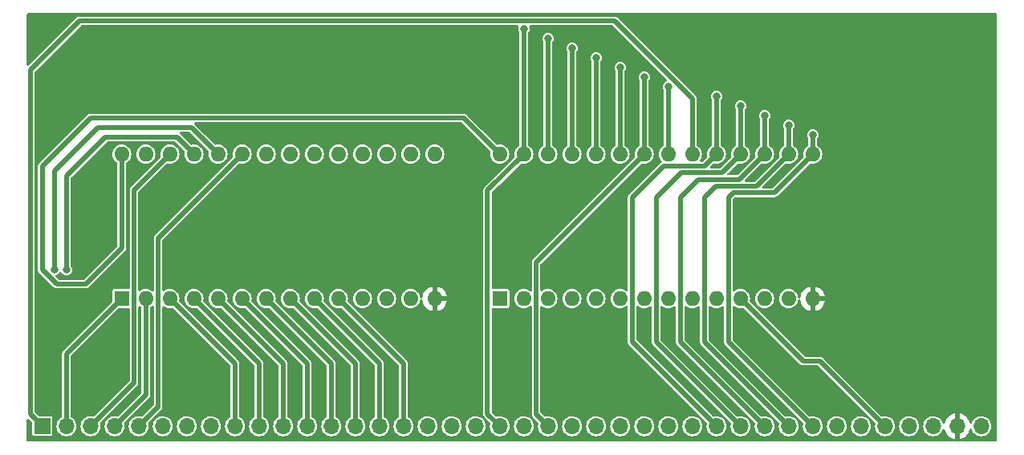
<source format=gtl>
%TF.GenerationSoftware,KiCad,Pcbnew,7.0.1*%
%TF.CreationDate,2024-02-11T14:51:00+00:00*%
%TF.ProjectId,Sys09Memory,53797330-394d-4656-9d6f-72792e6b6963,rev?*%
%TF.SameCoordinates,Original*%
%TF.FileFunction,Copper,L1,Top*%
%TF.FilePolarity,Positive*%
%FSLAX46Y46*%
G04 Gerber Fmt 4.6, Leading zero omitted, Abs format (unit mm)*
G04 Created by KiCad (PCBNEW 7.0.1) date 2024-02-11 14:51:00*
%MOMM*%
%LPD*%
G01*
G04 APERTURE LIST*
%TA.AperFunction,ComponentPad*%
%ADD10R,1.600000X1.600000*%
%TD*%
%TA.AperFunction,ComponentPad*%
%ADD11O,1.600000X1.600000*%
%TD*%
%TA.AperFunction,ComponentPad*%
%ADD12R,1.700000X1.700000*%
%TD*%
%TA.AperFunction,ComponentPad*%
%ADD13O,1.700000X1.700000*%
%TD*%
%TA.AperFunction,ViaPad*%
%ADD14C,0.800000*%
%TD*%
%TA.AperFunction,Conductor*%
%ADD15C,0.508000*%
%TD*%
G04 APERTURE END LIST*
D10*
%TO.P,U1,1,A14*%
%TO.N,/A14*%
X105783000Y-122055000D03*
D11*
%TO.P,U1,2,A12*%
%TO.N,/A12*%
X108323000Y-122055000D03*
%TO.P,U1,3,A7*%
%TO.N,/A7*%
X110863000Y-122055000D03*
%TO.P,U1,4,A6*%
%TO.N,/A6*%
X113403000Y-122055000D03*
%TO.P,U1,5,A5*%
%TO.N,/A5*%
X115943000Y-122055000D03*
%TO.P,U1,6,A4*%
%TO.N,/A4*%
X118483000Y-122055000D03*
%TO.P,U1,7,A3*%
%TO.N,/A3*%
X121023000Y-122055000D03*
%TO.P,U1,8,A2*%
%TO.N,/A2*%
X123563000Y-122055000D03*
%TO.P,U1,9,A1*%
%TO.N,/A1*%
X126103000Y-122055000D03*
%TO.P,U1,10,A0*%
%TO.N,/A0*%
X128643000Y-122055000D03*
%TO.P,U1,11,D0*%
%TO.N,/DA0*%
X131183000Y-122055000D03*
%TO.P,U1,12,D1*%
%TO.N,/DA1*%
X133723000Y-122055000D03*
%TO.P,U1,13,D2*%
%TO.N,/DA2*%
X136263000Y-122055000D03*
%TO.P,U1,14,GND*%
%TO.N,GND*%
X138803000Y-122055000D03*
%TO.P,U1,15,D3*%
%TO.N,/DA3*%
X138803000Y-106815000D03*
%TO.P,U1,16,D4*%
%TO.N,/DA4*%
X136263000Y-106815000D03*
%TO.P,U1,17,D5*%
%TO.N,/DA5*%
X133723000Y-106815000D03*
%TO.P,U1,18,D6*%
%TO.N,/DA6*%
X131183000Y-106815000D03*
%TO.P,U1,19,D7*%
%TO.N,/DA7*%
X128643000Y-106815000D03*
%TO.P,U1,20,CS*%
%TO.N,/~{ROMEN}*%
X126103000Y-106815000D03*
%TO.P,U1,21,A10*%
%TO.N,/A10*%
X123563000Y-106815000D03*
%TO.P,U1,22,OE*%
%TO.N,/~{RMEM}*%
X121023000Y-106815000D03*
%TO.P,U1,23,A11*%
%TO.N,/A11*%
X118483000Y-106815000D03*
%TO.P,U1,24,A9*%
%TO.N,/A9*%
X115943000Y-106815000D03*
%TO.P,U1,25,A8*%
%TO.N,/A8*%
X113403000Y-106815000D03*
%TO.P,U1,26,A13*%
%TO.N,/A13*%
X110863000Y-106815000D03*
%TO.P,U1,27,WE*%
%TO.N,/~{WMEM}*%
X108323000Y-106815000D03*
%TO.P,U1,28,VCC*%
%TO.N,VCC*%
X105783000Y-106815000D03*
%TD*%
D10*
%TO.P,U2,1,A14*%
%TO.N,/A14*%
X145661000Y-122055000D03*
D11*
%TO.P,U2,2,A12*%
%TO.N,/A12*%
X148201000Y-122055000D03*
%TO.P,U2,3,A7*%
%TO.N,/A7*%
X150741000Y-122055000D03*
%TO.P,U2,4,A6*%
%TO.N,/A6*%
X153281000Y-122055000D03*
%TO.P,U2,5,A5*%
%TO.N,/A5*%
X155821000Y-122055000D03*
%TO.P,U2,6,A4*%
%TO.N,/A4*%
X158361000Y-122055000D03*
%TO.P,U2,7,A3*%
%TO.N,/A3*%
X160901000Y-122055000D03*
%TO.P,U2,8,A2*%
%TO.N,/A2*%
X163441000Y-122055000D03*
%TO.P,U2,9,A1*%
%TO.N,/A1*%
X165981000Y-122055000D03*
%TO.P,U2,10,A0*%
%TO.N,/A0*%
X168521000Y-122055000D03*
%TO.P,U2,11,D0*%
%TO.N,/DA0*%
X171061000Y-122055000D03*
%TO.P,U2,12,D1*%
%TO.N,/DA1*%
X173601000Y-122055000D03*
%TO.P,U2,13,D2*%
%TO.N,/DA2*%
X176141000Y-122055000D03*
%TO.P,U2,14,GND*%
%TO.N,GND*%
X178681000Y-122055000D03*
%TO.P,U2,15,D3*%
%TO.N,/DA3*%
X178681000Y-106815000D03*
%TO.P,U2,16,D4*%
%TO.N,/DA4*%
X176141000Y-106815000D03*
%TO.P,U2,17,D5*%
%TO.N,/DA5*%
X173601000Y-106815000D03*
%TO.P,U2,18,D6*%
%TO.N,/DA6*%
X171061000Y-106815000D03*
%TO.P,U2,19,D7*%
%TO.N,/DA7*%
X168521000Y-106815000D03*
%TO.P,U2,20,~{CS}*%
%TO.N,/A15*%
X165981000Y-106815000D03*
%TO.P,U2,21,A10*%
%TO.N,/A10*%
X163441000Y-106815000D03*
%TO.P,U2,22,~{OE}*%
%TO.N,/~{RMEM}*%
X160901000Y-106815000D03*
%TO.P,U2,23,A11*%
%TO.N,/A11*%
X158361000Y-106815000D03*
%TO.P,U2,24,A9*%
%TO.N,/A9*%
X155821000Y-106815000D03*
%TO.P,U2,25,A8*%
%TO.N,/A8*%
X153281000Y-106815000D03*
%TO.P,U2,26,A13*%
%TO.N,/A13*%
X150741000Y-106815000D03*
%TO.P,U2,27,~{WE}*%
%TO.N,/~{WMEM}*%
X148201000Y-106815000D03*
%TO.P,U2,28,VCC*%
%TO.N,VCC*%
X145661000Y-106815000D03*
%TD*%
D12*
%TO.P,J1,1,Pin_1*%
%TO.N,/A15*%
X97401000Y-135517000D03*
D13*
%TO.P,J1,2,Pin_2*%
%TO.N,/A14*%
X99941000Y-135517000D03*
%TO.P,J1,3,Pin_3*%
%TO.N,/A13*%
X102481000Y-135517000D03*
%TO.P,J1,4,Pin_4*%
%TO.N,/A12*%
X105021000Y-135517000D03*
%TO.P,J1,5,Pin_5*%
%TO.N,/A11*%
X107561000Y-135517000D03*
%TO.P,J1,6,Pin_6*%
%TO.N,/A10*%
X110101000Y-135517000D03*
%TO.P,J1,7,Pin_7*%
%TO.N,/A9*%
X112641000Y-135517000D03*
%TO.P,J1,8,Pin_8*%
%TO.N,/A8*%
X115181000Y-135517000D03*
%TO.P,J1,9,Pin_9*%
%TO.N,/A7*%
X117721000Y-135517000D03*
%TO.P,J1,10,Pin_10*%
%TO.N,/A6*%
X120261000Y-135517000D03*
%TO.P,J1,11,Pin_11*%
%TO.N,/A5*%
X122801000Y-135517000D03*
%TO.P,J1,12,Pin_12*%
%TO.N,/A4*%
X125341000Y-135517000D03*
%TO.P,J1,13,Pin_13*%
%TO.N,/A3*%
X127881000Y-135517000D03*
%TO.P,J1,14,Pin_14*%
%TO.N,/A2*%
X130421000Y-135517000D03*
%TO.P,J1,15,Pin_15*%
%TO.N,/A1*%
X132961000Y-135517000D03*
%TO.P,J1,16,Pin_16*%
%TO.N,/A0*%
X135501000Y-135517000D03*
%TO.P,J1,17,Pin_17*%
%TO.N,unconnected-(J1-Pin_17-Pad17)*%
X138041000Y-135517000D03*
%TO.P,J1,18,Pin_18*%
%TO.N,unconnected-(J1-Pin_18-Pad18)*%
X140581000Y-135517000D03*
%TO.P,J1,19,Pin_19*%
%TO.N,/~{IRQ}*%
X143121000Y-135517000D03*
%TO.P,J1,20,Pin_20*%
%TO.N,/~{WMEM}*%
X145661000Y-135517000D03*
%TO.P,J1,21,Pin_21*%
%TO.N,/~{ROMEN}*%
X148201000Y-135517000D03*
%TO.P,J1,22,Pin_22*%
%TO.N,/~{RMEM}*%
X150741000Y-135517000D03*
%TO.P,J1,23,Pin_23*%
%TO.N,/~{IOEN}*%
X153281000Y-135517000D03*
%TO.P,J1,24,Pin_24*%
%TO.N,/RW*%
X155821000Y-135517000D03*
%TO.P,J1,25,Pin_25*%
%TO.N,/E*%
X158361000Y-135517000D03*
%TO.P,J1,26,Pin_26*%
%TO.N,/~{RST}*%
X160901000Y-135517000D03*
%TO.P,J1,27,Pin_27*%
%TO.N,unconnected-(J1-Pin_27-Pad27)*%
X163441000Y-135517000D03*
%TO.P,J1,28,Pin_28*%
%TO.N,unconnected-(J1-Pin_28-Pad28)*%
X165981000Y-135517000D03*
%TO.P,J1,29,Pin_29*%
%TO.N,/DA7*%
X168521000Y-135517000D03*
%TO.P,J1,30,Pin_30*%
%TO.N,/DA6*%
X171061000Y-135517000D03*
%TO.P,J1,31,Pin_31*%
%TO.N,/DA5*%
X173601000Y-135517000D03*
%TO.P,J1,32,Pin_32*%
%TO.N,/DA4*%
X176141000Y-135517000D03*
%TO.P,J1,33,Pin_33*%
%TO.N,/DA3*%
X178681000Y-135517000D03*
%TO.P,J1,34,Pin_34*%
%TO.N,/DA2*%
X181221000Y-135517000D03*
%TO.P,J1,35,Pin_35*%
%TO.N,/DA1*%
X183761000Y-135517000D03*
%TO.P,J1,36,Pin_36*%
%TO.N,/DA0*%
X186301000Y-135517000D03*
%TO.P,J1,37,Pin_37*%
%TO.N,unconnected-(J1-Pin_37-Pad37)*%
X188841000Y-135517000D03*
%TO.P,J1,38,Pin_38*%
%TO.N,unconnected-(J1-Pin_38-Pad38)*%
X191381000Y-135517000D03*
%TO.P,J1,39,Pin_39*%
%TO.N,GND*%
X193921000Y-135517000D03*
%TO.P,J1,40,Pin_40*%
%TO.N,VCC*%
X196461000Y-135517000D03*
%TD*%
D14*
%TO.N,/A13*%
X150741000Y-94623000D03*
%TO.N,/A11*%
X158361000Y-97671000D03*
%TO.N,/A10*%
X163441000Y-99703000D03*
%TO.N,/A9*%
X155821000Y-96655000D03*
X98671000Y-119007000D03*
%TO.N,/A8*%
X153281000Y-95639000D03*
X99941000Y-119007000D03*
%TO.N,/~{RMEM}*%
X160901000Y-98687000D03*
%TO.N,/~{WMEM}*%
X148201000Y-93607000D03*
%TO.N,/DA7*%
X168521000Y-100719000D03*
%TO.N,/DA6*%
X171061000Y-101735000D03*
%TO.N,/DA5*%
X173601000Y-102751000D03*
%TO.N,/DA4*%
X176141000Y-103767000D03*
%TO.N,/DA3*%
X178681000Y-104783000D03*
%TD*%
D15*
%TO.N,/A15*%
X97401000Y-135517000D02*
X96131000Y-134247000D01*
X157761000Y-92753000D02*
X165981000Y-100973000D01*
X96131000Y-134247000D02*
X96131000Y-97925000D01*
X165981000Y-100973000D02*
X165981000Y-106815000D01*
X101303000Y-92753000D02*
X157761000Y-92753000D01*
X96131000Y-97925000D02*
X101303000Y-92753000D01*
%TO.N,/A14*%
X99941000Y-135517000D02*
X99941000Y-127897000D01*
X99941000Y-127897000D02*
X105783000Y-122055000D01*
%TO.N,/A13*%
X107069000Y-130929000D02*
X107069000Y-110609000D01*
X107069000Y-110609000D02*
X110863000Y-106815000D01*
X102481000Y-135517000D02*
X107069000Y-130929000D01*
X150741000Y-106815000D02*
X150741000Y-94623000D01*
%TO.N,/A12*%
X105021000Y-135517000D02*
X108323000Y-132215000D01*
X108323000Y-132215000D02*
X108323000Y-122055000D01*
%TO.N,/A11*%
X109609000Y-115689000D02*
X118483000Y-106815000D01*
X109609000Y-133469000D02*
X109609000Y-115689000D01*
X107561000Y-135517000D02*
X109609000Y-133469000D01*
X158361000Y-106815000D02*
X158361000Y-97671000D01*
%TO.N,/A10*%
X163441000Y-106815000D02*
X163441000Y-99703000D01*
%TO.N,/A9*%
X98671000Y-108593000D02*
X103243000Y-104021000D01*
X98671000Y-119007000D02*
X98671000Y-108593000D01*
X113149000Y-104021000D02*
X115943000Y-106815000D01*
X155821000Y-106815000D02*
X155821000Y-96655000D01*
X103243000Y-104021000D02*
X113149000Y-104021000D01*
%TO.N,/A8*%
X99941000Y-109101000D02*
X104005000Y-105037000D01*
X99941000Y-119007000D02*
X99941000Y-109101000D01*
X111625000Y-105037000D02*
X113403000Y-106815000D01*
X153281000Y-106815000D02*
X153281000Y-95639000D01*
X104005000Y-105037000D02*
X111625000Y-105037000D01*
%TO.N,/A7*%
X117721000Y-128913000D02*
X110863000Y-122055000D01*
X117721000Y-135517000D02*
X117721000Y-128913000D01*
%TO.N,/A6*%
X120261000Y-128913000D02*
X113403000Y-122055000D01*
X120261000Y-135517000D02*
X120261000Y-128913000D01*
%TO.N,/A5*%
X122801000Y-128913000D02*
X115943000Y-122055000D01*
X122801000Y-135517000D02*
X122801000Y-128913000D01*
%TO.N,/A4*%
X125341000Y-135517000D02*
X125341000Y-128913000D01*
X125341000Y-128913000D02*
X118483000Y-122055000D01*
%TO.N,/A3*%
X127881000Y-128913000D02*
X121023000Y-122055000D01*
X127881000Y-135517000D02*
X127881000Y-128913000D01*
%TO.N,/A2*%
X130421000Y-128913000D02*
X123563000Y-122055000D01*
X130421000Y-135517000D02*
X130421000Y-128913000D01*
%TO.N,/A1*%
X132961000Y-135517000D02*
X132961000Y-128913000D01*
X132961000Y-128913000D02*
X126103000Y-122055000D01*
%TO.N,/A0*%
X135501000Y-128913000D02*
X128643000Y-122055000D01*
X135501000Y-135517000D02*
X135501000Y-128913000D01*
%TO.N,/~{RMEM}*%
X160901000Y-106815000D02*
X160901000Y-98687000D01*
X149487000Y-118229000D02*
X160901000Y-106815000D01*
X149487000Y-134263000D02*
X149487000Y-118229000D01*
X150741000Y-135517000D02*
X149487000Y-134263000D01*
%TO.N,/~{WMEM}*%
X144357000Y-110659000D02*
X148201000Y-106815000D01*
X148201000Y-106815000D02*
X148201000Y-93607000D01*
X144357000Y-134213000D02*
X144357000Y-110659000D01*
X145661000Y-135517000D02*
X144357000Y-134213000D01*
%TO.N,/DA7*%
X168521000Y-106815000D02*
X168521000Y-100719000D01*
X159631000Y-111387000D02*
X159647000Y-111371000D01*
X167267000Y-108069000D02*
X168521000Y-106815000D01*
X159631000Y-111387000D02*
X162949000Y-108069000D01*
X162949000Y-108069000D02*
X167267000Y-108069000D01*
X168521000Y-135517000D02*
X159631000Y-126627000D01*
X159631000Y-126627000D02*
X159631000Y-111387000D01*
X159647000Y-115689000D02*
X159631000Y-115705000D01*
%TO.N,/DA6*%
X164781000Y-108777000D02*
X169099000Y-108777000D01*
X162155000Y-115721000D02*
X162171000Y-115705000D01*
X169099000Y-108777000D02*
X171061000Y-106815000D01*
X162171000Y-111387000D02*
X164781000Y-108777000D01*
X171061000Y-106815000D02*
X171061000Y-101735000D01*
X162155000Y-126611000D02*
X162155000Y-111403000D01*
X171061000Y-135517000D02*
X162155000Y-126611000D01*
%TO.N,/DA5*%
X170931000Y-109485000D02*
X173601000Y-106815000D01*
X164695000Y-126611000D02*
X164695000Y-111403000D01*
X164695000Y-115721000D02*
X164711000Y-115705000D01*
X173601000Y-135517000D02*
X164695000Y-126611000D01*
X166613000Y-109485000D02*
X170931000Y-109485000D01*
X173601000Y-106815000D02*
X173601000Y-102751000D01*
X164711000Y-111387000D02*
X166613000Y-109485000D01*
%TO.N,/DA4*%
X168445000Y-110193000D02*
X172763000Y-110193000D01*
X167235000Y-115721000D02*
X167251000Y-115705000D01*
X172763000Y-110193000D02*
X176141000Y-106815000D01*
X167251000Y-111387000D02*
X168445000Y-110193000D01*
X176141000Y-106815000D02*
X176141000Y-103767000D01*
X176141000Y-135517000D02*
X167235000Y-126611000D01*
X167235000Y-126611000D02*
X167235000Y-111403000D01*
%TO.N,/DA3*%
X178681000Y-135517000D02*
X169775000Y-126611000D01*
X169791000Y-111387000D02*
X170277000Y-110901000D01*
X169775000Y-115721000D02*
X169791000Y-115705000D01*
X169791000Y-126627000D02*
X169775000Y-126611000D01*
X178681000Y-104783000D02*
X178681000Y-106815000D01*
X174595000Y-110901000D02*
X178681000Y-106815000D01*
X169775000Y-126611000D02*
X169775000Y-111403000D01*
X170277000Y-110901000D02*
X174595000Y-110901000D01*
%TO.N,/DA0*%
X186301000Y-135517000D02*
X179443000Y-128659000D01*
X179443000Y-128659000D02*
X177665000Y-128659000D01*
X177665000Y-128659000D02*
X171061000Y-122055000D01*
%TO.N,VCC*%
X145661000Y-106815000D02*
X141851000Y-103005000D01*
X97401000Y-108085000D02*
X97401000Y-119007000D01*
X102481000Y-103005000D02*
X97401000Y-108085000D01*
X141851000Y-103005000D02*
X102481000Y-103005000D01*
X101973000Y-120531000D02*
X105783000Y-116721000D01*
X97401000Y-119007000D02*
X98925000Y-120531000D01*
X98925000Y-120531000D02*
X101973000Y-120531000D01*
X105783000Y-116721000D02*
X105783000Y-106815000D01*
%TD*%
%TA.AperFunction,Conductor*%
%TO.N,GND*%
G36*
X198057000Y-91964881D02*
G01*
X198103119Y-92011000D01*
X198120000Y-92074000D01*
X198120000Y-137034000D01*
X198103119Y-137097000D01*
X198057000Y-137143119D01*
X197994000Y-137160000D01*
X95884000Y-137160000D01*
X95821000Y-137143119D01*
X95774881Y-137097000D01*
X95758000Y-137034000D01*
X95758000Y-134820950D01*
X95771733Y-134763747D01*
X95809939Y-134719014D01*
X95864289Y-134696501D01*
X95922936Y-134701117D01*
X95973095Y-134731855D01*
X96313595Y-135072355D01*
X96340909Y-135113232D01*
X96350500Y-135161450D01*
X96350500Y-136386747D01*
X96362133Y-136445231D01*
X96406447Y-136511552D01*
X96450761Y-136541162D01*
X96472769Y-136555867D01*
X96531252Y-136567500D01*
X98270747Y-136567500D01*
X98270748Y-136567500D01*
X98329231Y-136555867D01*
X98395552Y-136511552D01*
X98439867Y-136445231D01*
X98451500Y-136386748D01*
X98451500Y-135517000D01*
X98885416Y-135517000D01*
X98905699Y-135722929D01*
X98905699Y-135722931D01*
X98905700Y-135722934D01*
X98965767Y-135920951D01*
X98965769Y-135920956D01*
X99063314Y-136103449D01*
X99194589Y-136263410D01*
X99344877Y-136386747D01*
X99354550Y-136394685D01*
X99537046Y-136492232D01*
X99735066Y-136552300D01*
X99941000Y-136572583D01*
X100146934Y-136552300D01*
X100344954Y-136492232D01*
X100527450Y-136394685D01*
X100687410Y-136263410D01*
X100818685Y-136103450D01*
X100916232Y-135920954D01*
X100976300Y-135722934D01*
X100996583Y-135517000D01*
X100976300Y-135311066D01*
X100916232Y-135113046D01*
X100818685Y-134930550D01*
X100767722Y-134868451D01*
X100687410Y-134770589D01*
X100577070Y-134680037D01*
X100527450Y-134639315D01*
X100462103Y-134604386D01*
X100413426Y-134558042D01*
X100395500Y-134493265D01*
X100395500Y-128137450D01*
X100405091Y-128089232D01*
X100432405Y-128048355D01*
X105388355Y-123092405D01*
X105429232Y-123065091D01*
X105477450Y-123055500D01*
X106488500Y-123055500D01*
X106551500Y-123072381D01*
X106597619Y-123118500D01*
X106614500Y-123181500D01*
X106614500Y-130688549D01*
X106604909Y-130736767D01*
X106577595Y-130777644D01*
X102883509Y-134471728D01*
X102825030Y-134504857D01*
X102757840Y-134503208D01*
X102686933Y-134481699D01*
X102481000Y-134461416D01*
X102275070Y-134481699D01*
X102275067Y-134481699D01*
X102275066Y-134481700D01*
X102096259Y-134535940D01*
X102077043Y-134541769D01*
X101894550Y-134639314D01*
X101734589Y-134770589D01*
X101603314Y-134930550D01*
X101505769Y-135113043D01*
X101505769Y-135113044D01*
X101505768Y-135113046D01*
X101467210Y-135240158D01*
X101445699Y-135311070D01*
X101425416Y-135517000D01*
X101445699Y-135722929D01*
X101445699Y-135722931D01*
X101445700Y-135722934D01*
X101505767Y-135920951D01*
X101505769Y-135920956D01*
X101603314Y-136103449D01*
X101734589Y-136263410D01*
X101884877Y-136386747D01*
X101894550Y-136394685D01*
X102077046Y-136492232D01*
X102275066Y-136552300D01*
X102481000Y-136572583D01*
X102686934Y-136552300D01*
X102884954Y-136492232D01*
X103067450Y-136394685D01*
X103227410Y-136263410D01*
X103358685Y-136103450D01*
X103456232Y-135920954D01*
X103516300Y-135722934D01*
X103536583Y-135517000D01*
X103536583Y-135516999D01*
X103516300Y-135311064D01*
X103494791Y-135240159D01*
X103493141Y-135172968D01*
X103526268Y-135114490D01*
X107367327Y-131273431D01*
X107377857Y-131264022D01*
X107405936Y-131241631D01*
X107438417Y-131193989D01*
X107441146Y-131190142D01*
X107475369Y-131143773D01*
X107475369Y-131143770D01*
X107479042Y-131138795D01*
X107481294Y-131134334D01*
X107500111Y-131073327D01*
X107501577Y-131068869D01*
X107520621Y-131014451D01*
X107520621Y-131014447D01*
X107522660Y-131008621D01*
X107523500Y-131003683D01*
X107523500Y-130939868D01*
X107523588Y-130935157D01*
X107525744Y-130877537D01*
X107525743Y-130877534D01*
X107525974Y-130871371D01*
X107523500Y-130852574D01*
X107523500Y-122959562D01*
X107543049Y-122892152D01*
X107595628Y-122845659D01*
X107664924Y-122834510D01*
X107729433Y-122862162D01*
X107744769Y-122874748D01*
X107764462Y-122890910D01*
X107801896Y-122910919D01*
X107850574Y-122957264D01*
X107868500Y-123022041D01*
X107868500Y-131974550D01*
X107858909Y-132022768D01*
X107831597Y-132063642D01*
X105824471Y-134070767D01*
X105423509Y-134471729D01*
X105365030Y-134504857D01*
X105297840Y-134503208D01*
X105226933Y-134481699D01*
X105021000Y-134461416D01*
X104815070Y-134481699D01*
X104815067Y-134481699D01*
X104815066Y-134481700D01*
X104636259Y-134535940D01*
X104617043Y-134541769D01*
X104434550Y-134639314D01*
X104274589Y-134770589D01*
X104143314Y-134930550D01*
X104045769Y-135113043D01*
X104045769Y-135113044D01*
X104045768Y-135113046D01*
X104007210Y-135240158D01*
X103985699Y-135311070D01*
X103965416Y-135517000D01*
X103985699Y-135722929D01*
X103985699Y-135722931D01*
X103985700Y-135722934D01*
X104045767Y-135920951D01*
X104045769Y-135920956D01*
X104143314Y-136103449D01*
X104274589Y-136263410D01*
X104424877Y-136386747D01*
X104434550Y-136394685D01*
X104617046Y-136492232D01*
X104815066Y-136552300D01*
X105021000Y-136572583D01*
X105226934Y-136552300D01*
X105424954Y-136492232D01*
X105607450Y-136394685D01*
X105767410Y-136263410D01*
X105898685Y-136103450D01*
X105996232Y-135920954D01*
X106056300Y-135722934D01*
X106076583Y-135517000D01*
X106076583Y-135516999D01*
X106056300Y-135311064D01*
X106034791Y-135240159D01*
X106033141Y-135172968D01*
X106066268Y-135114490D01*
X108621327Y-132559431D01*
X108631857Y-132550022D01*
X108659936Y-132527631D01*
X108692419Y-132479986D01*
X108695148Y-132476139D01*
X108729369Y-132429773D01*
X108729369Y-132429770D01*
X108733039Y-132424799D01*
X108735293Y-132420335D01*
X108737114Y-132414430D01*
X108737116Y-132414428D01*
X108754133Y-132359257D01*
X108755571Y-132354887D01*
X108774620Y-132300451D01*
X108774620Y-132300447D01*
X108776660Y-132294618D01*
X108777500Y-132289680D01*
X108777500Y-132225842D01*
X108777588Y-132221131D01*
X108779743Y-132163538D01*
X108779742Y-132163535D01*
X108779973Y-132157368D01*
X108777500Y-132138578D01*
X108777500Y-123022041D01*
X108795426Y-122957264D01*
X108844104Y-122910919D01*
X108866438Y-122898981D01*
X108881538Y-122890910D01*
X108948566Y-122835900D01*
X109013076Y-122808248D01*
X109082372Y-122819397D01*
X109134951Y-122865890D01*
X109154500Y-122933300D01*
X109154500Y-133228549D01*
X109144909Y-133276767D01*
X109117595Y-133317645D01*
X107963508Y-134471729D01*
X107905029Y-134504857D01*
X107837838Y-134503208D01*
X107766934Y-134481700D01*
X107766931Y-134481699D01*
X107561000Y-134461416D01*
X107355070Y-134481699D01*
X107355067Y-134481699D01*
X107355066Y-134481700D01*
X107176259Y-134535940D01*
X107157043Y-134541769D01*
X106974550Y-134639314D01*
X106814589Y-134770589D01*
X106683314Y-134930550D01*
X106585769Y-135113043D01*
X106585769Y-135113044D01*
X106585768Y-135113046D01*
X106547210Y-135240158D01*
X106525699Y-135311070D01*
X106505416Y-135517000D01*
X106525699Y-135722929D01*
X106525699Y-135722931D01*
X106525700Y-135722934D01*
X106585767Y-135920951D01*
X106585769Y-135920956D01*
X106683314Y-136103449D01*
X106814589Y-136263410D01*
X106964877Y-136386747D01*
X106974550Y-136394685D01*
X107157046Y-136492232D01*
X107355066Y-136552300D01*
X107561000Y-136572583D01*
X107766934Y-136552300D01*
X107964954Y-136492232D01*
X108147450Y-136394685D01*
X108307410Y-136263410D01*
X108438685Y-136103450D01*
X108536232Y-135920954D01*
X108596300Y-135722934D01*
X108616583Y-135517000D01*
X109045416Y-135517000D01*
X109065699Y-135722929D01*
X109065699Y-135722931D01*
X109065700Y-135722934D01*
X109125767Y-135920951D01*
X109125769Y-135920956D01*
X109223314Y-136103449D01*
X109354589Y-136263410D01*
X109504877Y-136386747D01*
X109514550Y-136394685D01*
X109697046Y-136492232D01*
X109895066Y-136552300D01*
X110101000Y-136572583D01*
X110306934Y-136552300D01*
X110504954Y-136492232D01*
X110687450Y-136394685D01*
X110847410Y-136263410D01*
X110978685Y-136103450D01*
X111076232Y-135920954D01*
X111136300Y-135722934D01*
X111156583Y-135517000D01*
X111585416Y-135517000D01*
X111605699Y-135722929D01*
X111605699Y-135722931D01*
X111605700Y-135722934D01*
X111665767Y-135920951D01*
X111665769Y-135920956D01*
X111763314Y-136103449D01*
X111894589Y-136263410D01*
X112044877Y-136386747D01*
X112054550Y-136394685D01*
X112237046Y-136492232D01*
X112435066Y-136552300D01*
X112641000Y-136572583D01*
X112846934Y-136552300D01*
X113044954Y-136492232D01*
X113227450Y-136394685D01*
X113387410Y-136263410D01*
X113518685Y-136103450D01*
X113616232Y-135920954D01*
X113676300Y-135722934D01*
X113696583Y-135517000D01*
X114125416Y-135517000D01*
X114145699Y-135722929D01*
X114145699Y-135722931D01*
X114145700Y-135722934D01*
X114205767Y-135920951D01*
X114205769Y-135920956D01*
X114303314Y-136103449D01*
X114434589Y-136263410D01*
X114584877Y-136386747D01*
X114594550Y-136394685D01*
X114777046Y-136492232D01*
X114975066Y-136552300D01*
X115181000Y-136572583D01*
X115386934Y-136552300D01*
X115584954Y-136492232D01*
X115767450Y-136394685D01*
X115927410Y-136263410D01*
X116058685Y-136103450D01*
X116156232Y-135920954D01*
X116216300Y-135722934D01*
X116236583Y-135517000D01*
X116216300Y-135311066D01*
X116156232Y-135113046D01*
X116058685Y-134930550D01*
X116007722Y-134868451D01*
X115927410Y-134770589D01*
X115767449Y-134639314D01*
X115584956Y-134541769D01*
X115584955Y-134541768D01*
X115584954Y-134541768D01*
X115386934Y-134481700D01*
X115386931Y-134481699D01*
X115386929Y-134481699D01*
X115181000Y-134461416D01*
X114975070Y-134481699D01*
X114975067Y-134481699D01*
X114975066Y-134481700D01*
X114796259Y-134535940D01*
X114777043Y-134541769D01*
X114594550Y-134639314D01*
X114434589Y-134770589D01*
X114303314Y-134930550D01*
X114205769Y-135113043D01*
X114205769Y-135113044D01*
X114205768Y-135113046D01*
X114167210Y-135240158D01*
X114145699Y-135311070D01*
X114125416Y-135517000D01*
X113696583Y-135517000D01*
X113676300Y-135311066D01*
X113616232Y-135113046D01*
X113518685Y-134930550D01*
X113467722Y-134868451D01*
X113387410Y-134770589D01*
X113227449Y-134639314D01*
X113044956Y-134541769D01*
X113044955Y-134541768D01*
X113044954Y-134541768D01*
X112846934Y-134481700D01*
X112846931Y-134481699D01*
X112846929Y-134481699D01*
X112641000Y-134461416D01*
X112435070Y-134481699D01*
X112435067Y-134481699D01*
X112435066Y-134481700D01*
X112256259Y-134535940D01*
X112237043Y-134541769D01*
X112054550Y-134639314D01*
X111894589Y-134770589D01*
X111763314Y-134930550D01*
X111665769Y-135113043D01*
X111665769Y-135113044D01*
X111665768Y-135113046D01*
X111627210Y-135240158D01*
X111605699Y-135311070D01*
X111585416Y-135517000D01*
X111156583Y-135517000D01*
X111136300Y-135311066D01*
X111076232Y-135113046D01*
X110978685Y-134930550D01*
X110927722Y-134868451D01*
X110847410Y-134770589D01*
X110687449Y-134639314D01*
X110504956Y-134541769D01*
X110504955Y-134541768D01*
X110504954Y-134541768D01*
X110306934Y-134481700D01*
X110306931Y-134481699D01*
X110306929Y-134481699D01*
X110101000Y-134461416D01*
X109895070Y-134481699D01*
X109895067Y-134481699D01*
X109895066Y-134481700D01*
X109716259Y-134535940D01*
X109697043Y-134541769D01*
X109514550Y-134639314D01*
X109354589Y-134770589D01*
X109223314Y-134930550D01*
X109125769Y-135113043D01*
X109125769Y-135113044D01*
X109125768Y-135113046D01*
X109087210Y-135240158D01*
X109065699Y-135311070D01*
X109045416Y-135517000D01*
X108616583Y-135517000D01*
X108616583Y-135516999D01*
X108596300Y-135311064D01*
X108574791Y-135240159D01*
X108573141Y-135172968D01*
X108606268Y-135114490D01*
X109907327Y-133813431D01*
X109917857Y-133804022D01*
X109945936Y-133781631D01*
X109978419Y-133733986D01*
X109981148Y-133730139D01*
X110015369Y-133683773D01*
X110015369Y-133683770D01*
X110019039Y-133678799D01*
X110021293Y-133674335D01*
X110023114Y-133668430D01*
X110023116Y-133668428D01*
X110040133Y-133613257D01*
X110041571Y-133608887D01*
X110060620Y-133554451D01*
X110060620Y-133554447D01*
X110062660Y-133548618D01*
X110063500Y-133543680D01*
X110063500Y-133479842D01*
X110063588Y-133475131D01*
X110065743Y-133417538D01*
X110065742Y-133417535D01*
X110065973Y-133411368D01*
X110063500Y-133392578D01*
X110063500Y-122959562D01*
X110083049Y-122892152D01*
X110135628Y-122845659D01*
X110204924Y-122834510D01*
X110269433Y-122862162D01*
X110304462Y-122890910D01*
X110478273Y-122983814D01*
X110530154Y-122999552D01*
X110666867Y-123041024D01*
X110863000Y-123060341D01*
X111059132Y-123041024D01*
X111099751Y-123028701D01*
X111166940Y-123027052D01*
X111225421Y-123060181D01*
X117229595Y-129064355D01*
X117256909Y-129105232D01*
X117266500Y-129153450D01*
X117266500Y-134493265D01*
X117248574Y-134558042D01*
X117199896Y-134604386D01*
X117174744Y-134617830D01*
X117134551Y-134639314D01*
X116974589Y-134770589D01*
X116843314Y-134930550D01*
X116745769Y-135113043D01*
X116745769Y-135113044D01*
X116745768Y-135113046D01*
X116707210Y-135240158D01*
X116685699Y-135311070D01*
X116665416Y-135517000D01*
X116685699Y-135722929D01*
X116685699Y-135722931D01*
X116685700Y-135722934D01*
X116745767Y-135920951D01*
X116745769Y-135920956D01*
X116843314Y-136103449D01*
X116974589Y-136263410D01*
X117124877Y-136386747D01*
X117134550Y-136394685D01*
X117317046Y-136492232D01*
X117515066Y-136552300D01*
X117721000Y-136572583D01*
X117926934Y-136552300D01*
X118124954Y-136492232D01*
X118307450Y-136394685D01*
X118467410Y-136263410D01*
X118598685Y-136103450D01*
X118696232Y-135920954D01*
X118756300Y-135722934D01*
X118776583Y-135517000D01*
X118756300Y-135311066D01*
X118696232Y-135113046D01*
X118598685Y-134930550D01*
X118547722Y-134868451D01*
X118467410Y-134770589D01*
X118357070Y-134680037D01*
X118307450Y-134639315D01*
X118242103Y-134604386D01*
X118193426Y-134558042D01*
X118175500Y-134493265D01*
X118175500Y-128945616D01*
X118176292Y-128931509D01*
X118180314Y-128895814D01*
X118169589Y-128839137D01*
X118168804Y-128834515D01*
X118160214Y-128777521D01*
X118160213Y-128777519D01*
X118159293Y-128771415D01*
X118157727Y-128766655D01*
X118154841Y-128761195D01*
X118154841Y-128761193D01*
X118127880Y-128710180D01*
X118125800Y-128706062D01*
X118100767Y-128654079D01*
X118100765Y-128654077D01*
X118098084Y-128648509D01*
X118095189Y-128644429D01*
X118090821Y-128640061D01*
X118050050Y-128599290D01*
X118046808Y-128595925D01*
X118046566Y-128595664D01*
X118007577Y-128553644D01*
X118007574Y-128553642D01*
X118003379Y-128549121D01*
X117988338Y-128537578D01*
X111868181Y-122417420D01*
X111835052Y-122358939D01*
X111836703Y-122291746D01*
X111839357Y-122282999D01*
X111849024Y-122251132D01*
X111868341Y-122055000D01*
X111868341Y-122054999D01*
X112397658Y-122054999D01*
X112416975Y-122251132D01*
X112474185Y-122439725D01*
X112567089Y-122613537D01*
X112692116Y-122765883D01*
X112809434Y-122862163D01*
X112844462Y-122890910D01*
X113018273Y-122983814D01*
X113070154Y-122999552D01*
X113206867Y-123041024D01*
X113403000Y-123060341D01*
X113599132Y-123041024D01*
X113639751Y-123028701D01*
X113706940Y-123027052D01*
X113765421Y-123060181D01*
X119769595Y-129064355D01*
X119796909Y-129105232D01*
X119806500Y-129153450D01*
X119806500Y-134493265D01*
X119788574Y-134558042D01*
X119739896Y-134604386D01*
X119714744Y-134617830D01*
X119674551Y-134639314D01*
X119514589Y-134770589D01*
X119383314Y-134930550D01*
X119285769Y-135113043D01*
X119285769Y-135113044D01*
X119285768Y-135113046D01*
X119247210Y-135240158D01*
X119225699Y-135311070D01*
X119205416Y-135517000D01*
X119225699Y-135722929D01*
X119225699Y-135722931D01*
X119225700Y-135722934D01*
X119285767Y-135920951D01*
X119285769Y-135920956D01*
X119383314Y-136103449D01*
X119514589Y-136263410D01*
X119664877Y-136386747D01*
X119674550Y-136394685D01*
X119857046Y-136492232D01*
X120055066Y-136552300D01*
X120261000Y-136572583D01*
X120466934Y-136552300D01*
X120664954Y-136492232D01*
X120847450Y-136394685D01*
X121007410Y-136263410D01*
X121138685Y-136103450D01*
X121236232Y-135920954D01*
X121296300Y-135722934D01*
X121316583Y-135517000D01*
X121296300Y-135311066D01*
X121236232Y-135113046D01*
X121138685Y-134930550D01*
X121087722Y-134868451D01*
X121007410Y-134770589D01*
X120897070Y-134680037D01*
X120847450Y-134639315D01*
X120782103Y-134604386D01*
X120733426Y-134558042D01*
X120715500Y-134493265D01*
X120715500Y-128945616D01*
X120716292Y-128931509D01*
X120720314Y-128895814D01*
X120709589Y-128839137D01*
X120708804Y-128834515D01*
X120700214Y-128777521D01*
X120700213Y-128777519D01*
X120699293Y-128771415D01*
X120697727Y-128766655D01*
X120694841Y-128761195D01*
X120694841Y-128761193D01*
X120667880Y-128710180D01*
X120665800Y-128706062D01*
X120640767Y-128654079D01*
X120640765Y-128654077D01*
X120638084Y-128648509D01*
X120635189Y-128644429D01*
X120630821Y-128640061D01*
X120590050Y-128599290D01*
X120586808Y-128595925D01*
X120586566Y-128595664D01*
X120547577Y-128553644D01*
X120547574Y-128553642D01*
X120543379Y-128549121D01*
X120528338Y-128537578D01*
X114408181Y-122417420D01*
X114375052Y-122358939D01*
X114376703Y-122291746D01*
X114379357Y-122282999D01*
X114389024Y-122251132D01*
X114408341Y-122055000D01*
X114408341Y-122054999D01*
X114937658Y-122054999D01*
X114956975Y-122251132D01*
X115014185Y-122439725D01*
X115107089Y-122613537D01*
X115232116Y-122765883D01*
X115349434Y-122862163D01*
X115384462Y-122890910D01*
X115558273Y-122983814D01*
X115610154Y-122999552D01*
X115746867Y-123041024D01*
X115943000Y-123060341D01*
X116139132Y-123041024D01*
X116179751Y-123028701D01*
X116246940Y-123027052D01*
X116305421Y-123060181D01*
X122309595Y-129064355D01*
X122336909Y-129105232D01*
X122346500Y-129153450D01*
X122346500Y-134493265D01*
X122328574Y-134558042D01*
X122279896Y-134604386D01*
X122254744Y-134617830D01*
X122214551Y-134639314D01*
X122054589Y-134770589D01*
X121923314Y-134930550D01*
X121825769Y-135113043D01*
X121825769Y-135113044D01*
X121825768Y-135113046D01*
X121787210Y-135240158D01*
X121765699Y-135311070D01*
X121745416Y-135516999D01*
X121765699Y-135722929D01*
X121765699Y-135722931D01*
X121765700Y-135722934D01*
X121825767Y-135920951D01*
X121825769Y-135920956D01*
X121923314Y-136103449D01*
X122054589Y-136263410D01*
X122204877Y-136386747D01*
X122214550Y-136394685D01*
X122397046Y-136492232D01*
X122595066Y-136552300D01*
X122801000Y-136572583D01*
X123006934Y-136552300D01*
X123204954Y-136492232D01*
X123387450Y-136394685D01*
X123547410Y-136263410D01*
X123678685Y-136103450D01*
X123776232Y-135920954D01*
X123836300Y-135722934D01*
X123856583Y-135517000D01*
X123836300Y-135311066D01*
X123776232Y-135113046D01*
X123678685Y-134930550D01*
X123627722Y-134868451D01*
X123547410Y-134770589D01*
X123437070Y-134680037D01*
X123387450Y-134639315D01*
X123322103Y-134604386D01*
X123273426Y-134558042D01*
X123255500Y-134493265D01*
X123255500Y-128945616D01*
X123256292Y-128931509D01*
X123260314Y-128895814D01*
X123249589Y-128839137D01*
X123248804Y-128834515D01*
X123240214Y-128777521D01*
X123240213Y-128777519D01*
X123239293Y-128771415D01*
X123237727Y-128766655D01*
X123234841Y-128761195D01*
X123234841Y-128761193D01*
X123207880Y-128710180D01*
X123205800Y-128706062D01*
X123180767Y-128654079D01*
X123180765Y-128654077D01*
X123178084Y-128648509D01*
X123175189Y-128644429D01*
X123170821Y-128640061D01*
X123130050Y-128599290D01*
X123126808Y-128595925D01*
X123126566Y-128595664D01*
X123087577Y-128553644D01*
X123087574Y-128553642D01*
X123083379Y-128549121D01*
X123068338Y-128537578D01*
X116948181Y-122417420D01*
X116915052Y-122358939D01*
X116916703Y-122291746D01*
X116919357Y-122282999D01*
X116929024Y-122251132D01*
X116948341Y-122055000D01*
X116948341Y-122054999D01*
X117477658Y-122054999D01*
X117496975Y-122251132D01*
X117554185Y-122439725D01*
X117647089Y-122613537D01*
X117772116Y-122765883D01*
X117889434Y-122862163D01*
X117924462Y-122890910D01*
X118098273Y-122983814D01*
X118150154Y-122999552D01*
X118286867Y-123041024D01*
X118483000Y-123060341D01*
X118679132Y-123041024D01*
X118719751Y-123028701D01*
X118786940Y-123027052D01*
X118845421Y-123060181D01*
X124849595Y-129064355D01*
X124876909Y-129105232D01*
X124886500Y-129153450D01*
X124886500Y-134493265D01*
X124868574Y-134558042D01*
X124819896Y-134604386D01*
X124794744Y-134617830D01*
X124754551Y-134639314D01*
X124594589Y-134770589D01*
X124463314Y-134930550D01*
X124365769Y-135113043D01*
X124365769Y-135113044D01*
X124365768Y-135113046D01*
X124327210Y-135240158D01*
X124305699Y-135311070D01*
X124285416Y-135516999D01*
X124305699Y-135722929D01*
X124305699Y-135722931D01*
X124305700Y-135722934D01*
X124365767Y-135920951D01*
X124365769Y-135920956D01*
X124463314Y-136103449D01*
X124594589Y-136263410D01*
X124744877Y-136386747D01*
X124754550Y-136394685D01*
X124937046Y-136492232D01*
X125135066Y-136552300D01*
X125341000Y-136572583D01*
X125546934Y-136552300D01*
X125744954Y-136492232D01*
X125927450Y-136394685D01*
X126087410Y-136263410D01*
X126218685Y-136103450D01*
X126316232Y-135920954D01*
X126376300Y-135722934D01*
X126396583Y-135517000D01*
X126376300Y-135311066D01*
X126316232Y-135113046D01*
X126218685Y-134930550D01*
X126167722Y-134868451D01*
X126087410Y-134770589D01*
X125977070Y-134680037D01*
X125927450Y-134639315D01*
X125862103Y-134604386D01*
X125813426Y-134558042D01*
X125795500Y-134493265D01*
X125795500Y-128945616D01*
X125796292Y-128931509D01*
X125800314Y-128895814D01*
X125789589Y-128839137D01*
X125788804Y-128834515D01*
X125780214Y-128777521D01*
X125780213Y-128777519D01*
X125779293Y-128771415D01*
X125777727Y-128766655D01*
X125774841Y-128761195D01*
X125774841Y-128761193D01*
X125747880Y-128710180D01*
X125745800Y-128706062D01*
X125720767Y-128654079D01*
X125720765Y-128654077D01*
X125718084Y-128648509D01*
X125715189Y-128644429D01*
X125710821Y-128640061D01*
X125670050Y-128599290D01*
X125666808Y-128595925D01*
X125666566Y-128595664D01*
X125627577Y-128553644D01*
X125627574Y-128553642D01*
X125623379Y-128549121D01*
X125608338Y-128537578D01*
X119488181Y-122417420D01*
X119455052Y-122358939D01*
X119456703Y-122291746D01*
X119459357Y-122282999D01*
X119469024Y-122251132D01*
X119488341Y-122055000D01*
X119488341Y-122054999D01*
X120017658Y-122054999D01*
X120036975Y-122251132D01*
X120094185Y-122439725D01*
X120187089Y-122613537D01*
X120312116Y-122765883D01*
X120429434Y-122862163D01*
X120464462Y-122890910D01*
X120638273Y-122983814D01*
X120690154Y-122999552D01*
X120826867Y-123041024D01*
X121023000Y-123060341D01*
X121219132Y-123041024D01*
X121259751Y-123028701D01*
X121326940Y-123027052D01*
X121385421Y-123060181D01*
X127389595Y-129064355D01*
X127416909Y-129105232D01*
X127426500Y-129153450D01*
X127426500Y-134493265D01*
X127408574Y-134558042D01*
X127359896Y-134604386D01*
X127334744Y-134617830D01*
X127294551Y-134639314D01*
X127134589Y-134770589D01*
X127003314Y-134930550D01*
X126905769Y-135113043D01*
X126905769Y-135113044D01*
X126905768Y-135113046D01*
X126867210Y-135240158D01*
X126845699Y-135311070D01*
X126825416Y-135516999D01*
X126845699Y-135722929D01*
X126845699Y-135722931D01*
X126845700Y-135722934D01*
X126905767Y-135920951D01*
X126905769Y-135920956D01*
X127003314Y-136103449D01*
X127134589Y-136263410D01*
X127284877Y-136386747D01*
X127294550Y-136394685D01*
X127477046Y-136492232D01*
X127675066Y-136552300D01*
X127881000Y-136572583D01*
X128086934Y-136552300D01*
X128284954Y-136492232D01*
X128467450Y-136394685D01*
X128627410Y-136263410D01*
X128758685Y-136103450D01*
X128856232Y-135920954D01*
X128916300Y-135722934D01*
X128936583Y-135517000D01*
X128916300Y-135311066D01*
X128856232Y-135113046D01*
X128758685Y-134930550D01*
X128707722Y-134868451D01*
X128627410Y-134770589D01*
X128517070Y-134680037D01*
X128467450Y-134639315D01*
X128402103Y-134604386D01*
X128353426Y-134558042D01*
X128335500Y-134493265D01*
X128335500Y-128945616D01*
X128336292Y-128931509D01*
X128340314Y-128895814D01*
X128329589Y-128839137D01*
X128328804Y-128834515D01*
X128320214Y-128777521D01*
X128320213Y-128777519D01*
X128319293Y-128771415D01*
X128317727Y-128766655D01*
X128314841Y-128761195D01*
X128314841Y-128761193D01*
X128287880Y-128710180D01*
X128285800Y-128706062D01*
X128260767Y-128654079D01*
X128260765Y-128654077D01*
X128258084Y-128648509D01*
X128255189Y-128644429D01*
X128250821Y-128640061D01*
X128210050Y-128599290D01*
X128206808Y-128595925D01*
X128206566Y-128595664D01*
X128167577Y-128553644D01*
X128167574Y-128553642D01*
X128163379Y-128549121D01*
X128148338Y-128537578D01*
X122028181Y-122417420D01*
X121995052Y-122358939D01*
X121996703Y-122291746D01*
X121999357Y-122282999D01*
X122009024Y-122251132D01*
X122028341Y-122055000D01*
X122557658Y-122055000D01*
X122576975Y-122251132D01*
X122634185Y-122439725D01*
X122727089Y-122613537D01*
X122852116Y-122765883D01*
X122969434Y-122862163D01*
X123004462Y-122890910D01*
X123178273Y-122983814D01*
X123230154Y-122999552D01*
X123366867Y-123041024D01*
X123563000Y-123060341D01*
X123759132Y-123041024D01*
X123799751Y-123028701D01*
X123866940Y-123027052D01*
X123925421Y-123060181D01*
X129929595Y-129064355D01*
X129956909Y-129105232D01*
X129966500Y-129153450D01*
X129966500Y-134493265D01*
X129948574Y-134558042D01*
X129899896Y-134604386D01*
X129874744Y-134617830D01*
X129834551Y-134639314D01*
X129674589Y-134770589D01*
X129543314Y-134930550D01*
X129445769Y-135113043D01*
X129445769Y-135113044D01*
X129445768Y-135113046D01*
X129407210Y-135240158D01*
X129385699Y-135311070D01*
X129365416Y-135516999D01*
X129385699Y-135722929D01*
X129385699Y-135722931D01*
X129385700Y-135722934D01*
X129445767Y-135920951D01*
X129445769Y-135920956D01*
X129543314Y-136103449D01*
X129674589Y-136263410D01*
X129824877Y-136386747D01*
X129834550Y-136394685D01*
X130017046Y-136492232D01*
X130215066Y-136552300D01*
X130421000Y-136572583D01*
X130626934Y-136552300D01*
X130824954Y-136492232D01*
X131007450Y-136394685D01*
X131167410Y-136263410D01*
X131298685Y-136103450D01*
X131396232Y-135920954D01*
X131456300Y-135722934D01*
X131476583Y-135517000D01*
X131456300Y-135311066D01*
X131396232Y-135113046D01*
X131298685Y-134930550D01*
X131247722Y-134868451D01*
X131167410Y-134770589D01*
X131057070Y-134680037D01*
X131007450Y-134639315D01*
X130942103Y-134604386D01*
X130893426Y-134558042D01*
X130875500Y-134493265D01*
X130875500Y-128945616D01*
X130876292Y-128931509D01*
X130880314Y-128895814D01*
X130869589Y-128839137D01*
X130868804Y-128834515D01*
X130860214Y-128777521D01*
X130860213Y-128777519D01*
X130859293Y-128771415D01*
X130857727Y-128766655D01*
X130854841Y-128761195D01*
X130854841Y-128761193D01*
X130827880Y-128710180D01*
X130825800Y-128706062D01*
X130800767Y-128654079D01*
X130800765Y-128654077D01*
X130798084Y-128648509D01*
X130795189Y-128644429D01*
X130790821Y-128640061D01*
X130750050Y-128599290D01*
X130746808Y-128595925D01*
X130746566Y-128595664D01*
X130707577Y-128553644D01*
X130707574Y-128553642D01*
X130703379Y-128549121D01*
X130688338Y-128537578D01*
X124568181Y-122417420D01*
X124535052Y-122358939D01*
X124536703Y-122291746D01*
X124539357Y-122282999D01*
X124549024Y-122251132D01*
X124568341Y-122055000D01*
X125097658Y-122055000D01*
X125116975Y-122251132D01*
X125174185Y-122439725D01*
X125267089Y-122613537D01*
X125392116Y-122765883D01*
X125509434Y-122862163D01*
X125544462Y-122890910D01*
X125718273Y-122983814D01*
X125770154Y-122999552D01*
X125906867Y-123041024D01*
X126103000Y-123060341D01*
X126299132Y-123041024D01*
X126339751Y-123028701D01*
X126406940Y-123027052D01*
X126465421Y-123060181D01*
X132469595Y-129064355D01*
X132496909Y-129105232D01*
X132506500Y-129153450D01*
X132506500Y-134493265D01*
X132488574Y-134558042D01*
X132439896Y-134604386D01*
X132414744Y-134617830D01*
X132374551Y-134639314D01*
X132214589Y-134770589D01*
X132083314Y-134930550D01*
X131985769Y-135113043D01*
X131985769Y-135113044D01*
X131985768Y-135113046D01*
X131947210Y-135240158D01*
X131925699Y-135311070D01*
X131905416Y-135516999D01*
X131925699Y-135722929D01*
X131925699Y-135722931D01*
X131925700Y-135722934D01*
X131985767Y-135920951D01*
X131985769Y-135920956D01*
X132083314Y-136103449D01*
X132214589Y-136263410D01*
X132364877Y-136386747D01*
X132374550Y-136394685D01*
X132557046Y-136492232D01*
X132755066Y-136552300D01*
X132961000Y-136572583D01*
X133166934Y-136552300D01*
X133364954Y-136492232D01*
X133547450Y-136394685D01*
X133707410Y-136263410D01*
X133838685Y-136103450D01*
X133936232Y-135920954D01*
X133996300Y-135722934D01*
X134016583Y-135517000D01*
X133996300Y-135311066D01*
X133936232Y-135113046D01*
X133838685Y-134930550D01*
X133787722Y-134868451D01*
X133707410Y-134770589D01*
X133597070Y-134680037D01*
X133547450Y-134639315D01*
X133482103Y-134604386D01*
X133433426Y-134558042D01*
X133415500Y-134493265D01*
X133415500Y-128945616D01*
X133416292Y-128931509D01*
X133420314Y-128895814D01*
X133409589Y-128839137D01*
X133408804Y-128834515D01*
X133400214Y-128777521D01*
X133400213Y-128777519D01*
X133399293Y-128771415D01*
X133397727Y-128766655D01*
X133394841Y-128761195D01*
X133394841Y-128761193D01*
X133367880Y-128710180D01*
X133365800Y-128706062D01*
X133340767Y-128654079D01*
X133340765Y-128654077D01*
X133338084Y-128648509D01*
X133335189Y-128644429D01*
X133330821Y-128640061D01*
X133290050Y-128599290D01*
X133286808Y-128595925D01*
X133286566Y-128595664D01*
X133247577Y-128553644D01*
X133247574Y-128553642D01*
X133243379Y-128549121D01*
X133228338Y-128537578D01*
X127108181Y-122417420D01*
X127075052Y-122358939D01*
X127076703Y-122291746D01*
X127079357Y-122282999D01*
X127089024Y-122251132D01*
X127108341Y-122055000D01*
X127637658Y-122055000D01*
X127656975Y-122251132D01*
X127714185Y-122439725D01*
X127807089Y-122613537D01*
X127932116Y-122765883D01*
X128049434Y-122862163D01*
X128084462Y-122890910D01*
X128258273Y-122983814D01*
X128310154Y-122999552D01*
X128446867Y-123041024D01*
X128643000Y-123060341D01*
X128839132Y-123041024D01*
X128879751Y-123028701D01*
X128946940Y-123027052D01*
X129005421Y-123060181D01*
X135009595Y-129064355D01*
X135036909Y-129105232D01*
X135046500Y-129153450D01*
X135046500Y-134493265D01*
X135028574Y-134558042D01*
X134979896Y-134604386D01*
X134954744Y-134617830D01*
X134914551Y-134639314D01*
X134754589Y-134770589D01*
X134623314Y-134930550D01*
X134525769Y-135113043D01*
X134525769Y-135113044D01*
X134525768Y-135113046D01*
X134487210Y-135240158D01*
X134465699Y-135311070D01*
X134445416Y-135516999D01*
X134465699Y-135722929D01*
X134465699Y-135722931D01*
X134465700Y-135722934D01*
X134525767Y-135920951D01*
X134525769Y-135920956D01*
X134623314Y-136103449D01*
X134754589Y-136263410D01*
X134904877Y-136386747D01*
X134914550Y-136394685D01*
X135097046Y-136492232D01*
X135295066Y-136552300D01*
X135501000Y-136572583D01*
X135706934Y-136552300D01*
X135904954Y-136492232D01*
X136087450Y-136394685D01*
X136247410Y-136263410D01*
X136378685Y-136103450D01*
X136476232Y-135920954D01*
X136536300Y-135722934D01*
X136556583Y-135517000D01*
X136556583Y-135516999D01*
X136985416Y-135516999D01*
X137005699Y-135722929D01*
X137005699Y-135722931D01*
X137005700Y-135722934D01*
X137065767Y-135920951D01*
X137065769Y-135920956D01*
X137163314Y-136103449D01*
X137294589Y-136263410D01*
X137444877Y-136386747D01*
X137454550Y-136394685D01*
X137637046Y-136492232D01*
X137835066Y-136552300D01*
X138041000Y-136572583D01*
X138246934Y-136552300D01*
X138444954Y-136492232D01*
X138627450Y-136394685D01*
X138787410Y-136263410D01*
X138918685Y-136103450D01*
X139016232Y-135920954D01*
X139076300Y-135722934D01*
X139096583Y-135517000D01*
X139096583Y-135516999D01*
X139525416Y-135516999D01*
X139545699Y-135722929D01*
X139545699Y-135722931D01*
X139545700Y-135722934D01*
X139605767Y-135920951D01*
X139605769Y-135920956D01*
X139703314Y-136103449D01*
X139834589Y-136263410D01*
X139984877Y-136386747D01*
X139994550Y-136394685D01*
X140177046Y-136492232D01*
X140375066Y-136552300D01*
X140581000Y-136572583D01*
X140786934Y-136552300D01*
X140984954Y-136492232D01*
X141167450Y-136394685D01*
X141327410Y-136263410D01*
X141458685Y-136103450D01*
X141556232Y-135920954D01*
X141616300Y-135722934D01*
X141636583Y-135517000D01*
X141636583Y-135516999D01*
X142065416Y-135516999D01*
X142085699Y-135722929D01*
X142085699Y-135722931D01*
X142085700Y-135722934D01*
X142145767Y-135920951D01*
X142145769Y-135920956D01*
X142243314Y-136103449D01*
X142374589Y-136263410D01*
X142524877Y-136386747D01*
X142534550Y-136394685D01*
X142717046Y-136492232D01*
X142915066Y-136552300D01*
X143121000Y-136572583D01*
X143326934Y-136552300D01*
X143524954Y-136492232D01*
X143707450Y-136394685D01*
X143867410Y-136263410D01*
X143998685Y-136103450D01*
X144096232Y-135920954D01*
X144156300Y-135722934D01*
X144176583Y-135517000D01*
X144156300Y-135311066D01*
X144096232Y-135113046D01*
X143998685Y-134930550D01*
X143947722Y-134868451D01*
X143867410Y-134770589D01*
X143707449Y-134639314D01*
X143524956Y-134541769D01*
X143524955Y-134541768D01*
X143524954Y-134541768D01*
X143326934Y-134481700D01*
X143326931Y-134481699D01*
X143326929Y-134481699D01*
X143121000Y-134461416D01*
X142915070Y-134481699D01*
X142915067Y-134481699D01*
X142915066Y-134481700D01*
X142736259Y-134535940D01*
X142717043Y-134541769D01*
X142534550Y-134639314D01*
X142374589Y-134770589D01*
X142243314Y-134930550D01*
X142145769Y-135113043D01*
X142145769Y-135113044D01*
X142145768Y-135113046D01*
X142107210Y-135240158D01*
X142085699Y-135311070D01*
X142065416Y-135516999D01*
X141636583Y-135516999D01*
X141616300Y-135311066D01*
X141556232Y-135113046D01*
X141458685Y-134930550D01*
X141407722Y-134868451D01*
X141327410Y-134770589D01*
X141167449Y-134639314D01*
X140984956Y-134541769D01*
X140984955Y-134541768D01*
X140984954Y-134541768D01*
X140786934Y-134481700D01*
X140786931Y-134481699D01*
X140786929Y-134481699D01*
X140581000Y-134461416D01*
X140375070Y-134481699D01*
X140375067Y-134481699D01*
X140375066Y-134481700D01*
X140196259Y-134535940D01*
X140177043Y-134541769D01*
X139994550Y-134639314D01*
X139834589Y-134770589D01*
X139703314Y-134930550D01*
X139605769Y-135113043D01*
X139605769Y-135113044D01*
X139605768Y-135113046D01*
X139567210Y-135240158D01*
X139545699Y-135311070D01*
X139525416Y-135516999D01*
X139096583Y-135516999D01*
X139076300Y-135311066D01*
X139016232Y-135113046D01*
X138918685Y-134930550D01*
X138867722Y-134868451D01*
X138787410Y-134770589D01*
X138627449Y-134639314D01*
X138444956Y-134541769D01*
X138444955Y-134541768D01*
X138444954Y-134541768D01*
X138246934Y-134481700D01*
X138246931Y-134481699D01*
X138246929Y-134481699D01*
X138041000Y-134461416D01*
X137835070Y-134481699D01*
X137835067Y-134481699D01*
X137835066Y-134481700D01*
X137656259Y-134535940D01*
X137637043Y-134541769D01*
X137454550Y-134639314D01*
X137294589Y-134770589D01*
X137163314Y-134930550D01*
X137065769Y-135113043D01*
X137065769Y-135113044D01*
X137065768Y-135113046D01*
X137027210Y-135240158D01*
X137005699Y-135311070D01*
X136985416Y-135516999D01*
X136556583Y-135516999D01*
X136536300Y-135311066D01*
X136476232Y-135113046D01*
X136378685Y-134930550D01*
X136327722Y-134868451D01*
X136247410Y-134770589D01*
X136137070Y-134680037D01*
X136087450Y-134639315D01*
X136022103Y-134604386D01*
X135973426Y-134558042D01*
X135955500Y-134493265D01*
X135955500Y-128945616D01*
X135956292Y-128931509D01*
X135960314Y-128895814D01*
X135949589Y-128839137D01*
X135948804Y-128834515D01*
X135940214Y-128777521D01*
X135940213Y-128777519D01*
X135939293Y-128771415D01*
X135937727Y-128766655D01*
X135934841Y-128761195D01*
X135934841Y-128761193D01*
X135907880Y-128710180D01*
X135905800Y-128706062D01*
X135880767Y-128654079D01*
X135880765Y-128654077D01*
X135878084Y-128648509D01*
X135875189Y-128644429D01*
X135870821Y-128640061D01*
X135830050Y-128599290D01*
X135826808Y-128595925D01*
X135826566Y-128595664D01*
X135787577Y-128553644D01*
X135787574Y-128553642D01*
X135783379Y-128549121D01*
X135768338Y-128537578D01*
X129648181Y-122417420D01*
X129615052Y-122358939D01*
X129616703Y-122291746D01*
X129619357Y-122282999D01*
X129629024Y-122251132D01*
X129648341Y-122055000D01*
X130177658Y-122055000D01*
X130196975Y-122251132D01*
X130254185Y-122439725D01*
X130347089Y-122613537D01*
X130472116Y-122765883D01*
X130589434Y-122862163D01*
X130624462Y-122890910D01*
X130798273Y-122983814D01*
X130850154Y-122999552D01*
X130986867Y-123041024D01*
X131183000Y-123060341D01*
X131379132Y-123041024D01*
X131567727Y-122983814D01*
X131741538Y-122890910D01*
X131893883Y-122765883D01*
X132018910Y-122613538D01*
X132111814Y-122439727D01*
X132169024Y-122251132D01*
X132188341Y-122055000D01*
X132717658Y-122055000D01*
X132736975Y-122251132D01*
X132794185Y-122439725D01*
X132887089Y-122613537D01*
X133012116Y-122765883D01*
X133129434Y-122862163D01*
X133164462Y-122890910D01*
X133338273Y-122983814D01*
X133390154Y-122999552D01*
X133526867Y-123041024D01*
X133723000Y-123060341D01*
X133919132Y-123041024D01*
X134107727Y-122983814D01*
X134281538Y-122890910D01*
X134433883Y-122765883D01*
X134558910Y-122613538D01*
X134651814Y-122439727D01*
X134709024Y-122251132D01*
X134728341Y-122055000D01*
X135257658Y-122055000D01*
X135276975Y-122251132D01*
X135334185Y-122439725D01*
X135427089Y-122613537D01*
X135552116Y-122765883D01*
X135669434Y-122862163D01*
X135704462Y-122890910D01*
X135878273Y-122983814D01*
X135930154Y-122999552D01*
X136066867Y-123041024D01*
X136263000Y-123060341D01*
X136459132Y-123041024D01*
X136647727Y-122983814D01*
X136821538Y-122890910D01*
X136973883Y-122765883D01*
X137098910Y-122613538D01*
X137191814Y-122439727D01*
X137249024Y-122251132D01*
X137252914Y-122211639D01*
X137273669Y-122153797D01*
X137319315Y-122112652D01*
X137378994Y-122097991D01*
X137438510Y-122113302D01*
X137483704Y-122154943D01*
X137503828Y-122213008D01*
X137509951Y-122282999D01*
X137569186Y-122504070D01*
X137665912Y-122711498D01*
X137797189Y-122898981D01*
X137959018Y-123060810D01*
X138146501Y-123192087D01*
X138353929Y-123288813D01*
X138549000Y-123341082D01*
X138549000Y-122309000D01*
X139057000Y-122309000D01*
X139057000Y-123341082D01*
X139252070Y-123288813D01*
X139459498Y-123192087D01*
X139646981Y-123060810D01*
X139808810Y-122898981D01*
X139940087Y-122711498D01*
X140036813Y-122504070D01*
X140089082Y-122309000D01*
X139057000Y-122309000D01*
X138549000Y-122309000D01*
X138549000Y-120768917D01*
X139056999Y-120768917D01*
X139057000Y-120768918D01*
X139057000Y-121801000D01*
X140089082Y-121801000D01*
X140036813Y-121605929D01*
X139940087Y-121398501D01*
X139808810Y-121211018D01*
X139646981Y-121049189D01*
X139459498Y-120917912D01*
X139252070Y-120821186D01*
X139056999Y-120768917D01*
X138549000Y-120768917D01*
X138353929Y-120821186D01*
X138146501Y-120917912D01*
X137959018Y-121049189D01*
X137797189Y-121211018D01*
X137665912Y-121398501D01*
X137569186Y-121605929D01*
X137509951Y-121827000D01*
X137503828Y-121896991D01*
X137483704Y-121955056D01*
X137438510Y-121996697D01*
X137378994Y-122012008D01*
X137319316Y-121997347D01*
X137273669Y-121956202D01*
X137252914Y-121898360D01*
X137249024Y-121858867D01*
X137191814Y-121670274D01*
X137191814Y-121670273D01*
X137098910Y-121496462D01*
X137078500Y-121471592D01*
X136973883Y-121344116D01*
X136821537Y-121219089D01*
X136647725Y-121126185D01*
X136459132Y-121068975D01*
X136263000Y-121049658D01*
X136066867Y-121068975D01*
X135878274Y-121126185D01*
X135704462Y-121219089D01*
X135552116Y-121344116D01*
X135427089Y-121496462D01*
X135334185Y-121670274D01*
X135276975Y-121858867D01*
X135257658Y-122055000D01*
X134728341Y-122055000D01*
X134718610Y-121956202D01*
X134709024Y-121858867D01*
X134651814Y-121670274D01*
X134651814Y-121670273D01*
X134558910Y-121496462D01*
X134538500Y-121471592D01*
X134433883Y-121344116D01*
X134281537Y-121219089D01*
X134107725Y-121126185D01*
X133919132Y-121068975D01*
X133723000Y-121049658D01*
X133526867Y-121068975D01*
X133338274Y-121126185D01*
X133164462Y-121219089D01*
X133012116Y-121344116D01*
X132887089Y-121496462D01*
X132794185Y-121670274D01*
X132736975Y-121858867D01*
X132717658Y-122055000D01*
X132188341Y-122055000D01*
X132178610Y-121956202D01*
X132169024Y-121858867D01*
X132111814Y-121670274D01*
X132111814Y-121670273D01*
X132018910Y-121496462D01*
X131998500Y-121471592D01*
X131893883Y-121344116D01*
X131741537Y-121219089D01*
X131567725Y-121126185D01*
X131379132Y-121068975D01*
X131183000Y-121049658D01*
X130986867Y-121068975D01*
X130798274Y-121126185D01*
X130624462Y-121219089D01*
X130472116Y-121344116D01*
X130347089Y-121496462D01*
X130254185Y-121670274D01*
X130196975Y-121858867D01*
X130177658Y-122055000D01*
X129648341Y-122055000D01*
X129629024Y-121858868D01*
X129571814Y-121670273D01*
X129478910Y-121496462D01*
X129458500Y-121471592D01*
X129353883Y-121344116D01*
X129201537Y-121219089D01*
X129027725Y-121126185D01*
X128839132Y-121068975D01*
X128643000Y-121049658D01*
X128446867Y-121068975D01*
X128258274Y-121126185D01*
X128084462Y-121219089D01*
X127932116Y-121344116D01*
X127807089Y-121496462D01*
X127714185Y-121670274D01*
X127656975Y-121858867D01*
X127637658Y-122055000D01*
X127108341Y-122055000D01*
X127089024Y-121858868D01*
X127031814Y-121670273D01*
X126938910Y-121496462D01*
X126918500Y-121471592D01*
X126813883Y-121344116D01*
X126661537Y-121219089D01*
X126487725Y-121126185D01*
X126299132Y-121068975D01*
X126103000Y-121049658D01*
X125906867Y-121068975D01*
X125718274Y-121126185D01*
X125544462Y-121219089D01*
X125392116Y-121344116D01*
X125267089Y-121496462D01*
X125174185Y-121670274D01*
X125116975Y-121858867D01*
X125097658Y-122055000D01*
X124568341Y-122055000D01*
X124549024Y-121858868D01*
X124491814Y-121670273D01*
X124398910Y-121496462D01*
X124378500Y-121471592D01*
X124273883Y-121344116D01*
X124121537Y-121219089D01*
X123947725Y-121126185D01*
X123759132Y-121068975D01*
X123563000Y-121049658D01*
X123366867Y-121068975D01*
X123178274Y-121126185D01*
X123004462Y-121219089D01*
X122852116Y-121344116D01*
X122727089Y-121496462D01*
X122634185Y-121670274D01*
X122576975Y-121858867D01*
X122557658Y-122055000D01*
X122028341Y-122055000D01*
X122009024Y-121858868D01*
X121951814Y-121670273D01*
X121858910Y-121496462D01*
X121838500Y-121471592D01*
X121733883Y-121344116D01*
X121581537Y-121219089D01*
X121407725Y-121126185D01*
X121219132Y-121068975D01*
X121023000Y-121049658D01*
X120826867Y-121068975D01*
X120638274Y-121126185D01*
X120464462Y-121219089D01*
X120312116Y-121344116D01*
X120187089Y-121496462D01*
X120094185Y-121670274D01*
X120036975Y-121858867D01*
X120017658Y-122054999D01*
X119488341Y-122054999D01*
X119469024Y-121858868D01*
X119411814Y-121670273D01*
X119318910Y-121496462D01*
X119298500Y-121471592D01*
X119193883Y-121344116D01*
X119041537Y-121219089D01*
X118867725Y-121126185D01*
X118679132Y-121068975D01*
X118483000Y-121049658D01*
X118286867Y-121068975D01*
X118098274Y-121126185D01*
X117924462Y-121219089D01*
X117772116Y-121344116D01*
X117647089Y-121496462D01*
X117554185Y-121670274D01*
X117496975Y-121858867D01*
X117477658Y-122054999D01*
X116948341Y-122054999D01*
X116929024Y-121858868D01*
X116871814Y-121670273D01*
X116778910Y-121496462D01*
X116758500Y-121471592D01*
X116653883Y-121344116D01*
X116501537Y-121219089D01*
X116327725Y-121126185D01*
X116139132Y-121068975D01*
X115943000Y-121049658D01*
X115746867Y-121068975D01*
X115558274Y-121126185D01*
X115384462Y-121219089D01*
X115232116Y-121344116D01*
X115107089Y-121496462D01*
X115014185Y-121670274D01*
X114956975Y-121858867D01*
X114937658Y-122054999D01*
X114408341Y-122054999D01*
X114389024Y-121858868D01*
X114331814Y-121670273D01*
X114238910Y-121496462D01*
X114218500Y-121471592D01*
X114113883Y-121344116D01*
X113961537Y-121219089D01*
X113787725Y-121126185D01*
X113599132Y-121068975D01*
X113403000Y-121049658D01*
X113206867Y-121068975D01*
X113018274Y-121126185D01*
X112844462Y-121219089D01*
X112692116Y-121344116D01*
X112567089Y-121496462D01*
X112474185Y-121670274D01*
X112416975Y-121858867D01*
X112397658Y-122054999D01*
X111868341Y-122054999D01*
X111849024Y-121858868D01*
X111791814Y-121670273D01*
X111698910Y-121496462D01*
X111678500Y-121471592D01*
X111573883Y-121344116D01*
X111421537Y-121219089D01*
X111247725Y-121126185D01*
X111059132Y-121068975D01*
X110863000Y-121049658D01*
X110666867Y-121068975D01*
X110478274Y-121126185D01*
X110304462Y-121219089D01*
X110269434Y-121247837D01*
X110204924Y-121275490D01*
X110135628Y-121264341D01*
X110083049Y-121217848D01*
X110063500Y-121150438D01*
X110063500Y-115929450D01*
X110073091Y-115881232D01*
X110100405Y-115840355D01*
X116001259Y-109939500D01*
X118120579Y-107820179D01*
X118179057Y-107787052D01*
X118246248Y-107788701D01*
X118286868Y-107801024D01*
X118417622Y-107813902D01*
X118482999Y-107820341D01*
X118482999Y-107820340D01*
X118483000Y-107820341D01*
X118679132Y-107801024D01*
X118867727Y-107743814D01*
X119041538Y-107650910D01*
X119193883Y-107525883D01*
X119318910Y-107373538D01*
X119411814Y-107199727D01*
X119469024Y-107011132D01*
X119488341Y-106815000D01*
X120017658Y-106815000D01*
X120036975Y-107011132D01*
X120094185Y-107199725D01*
X120187089Y-107373537D01*
X120312116Y-107525883D01*
X120438722Y-107629786D01*
X120464462Y-107650910D01*
X120638273Y-107743814D01*
X120713978Y-107766779D01*
X120826867Y-107801024D01*
X121023000Y-107820341D01*
X121219132Y-107801024D01*
X121407727Y-107743814D01*
X121581538Y-107650910D01*
X121733883Y-107525883D01*
X121858910Y-107373538D01*
X121951814Y-107199727D01*
X122009024Y-107011132D01*
X122028341Y-106815000D01*
X122557658Y-106815000D01*
X122576975Y-107011132D01*
X122634185Y-107199725D01*
X122727089Y-107373537D01*
X122852116Y-107525883D01*
X122978722Y-107629786D01*
X123004462Y-107650910D01*
X123178273Y-107743814D01*
X123253978Y-107766779D01*
X123366867Y-107801024D01*
X123563000Y-107820341D01*
X123759132Y-107801024D01*
X123947727Y-107743814D01*
X124121538Y-107650910D01*
X124273883Y-107525883D01*
X124398910Y-107373538D01*
X124491814Y-107199727D01*
X124549024Y-107011132D01*
X124568341Y-106815000D01*
X125097658Y-106815000D01*
X125116975Y-107011132D01*
X125174185Y-107199725D01*
X125267089Y-107373537D01*
X125392116Y-107525883D01*
X125518722Y-107629786D01*
X125544462Y-107650910D01*
X125718273Y-107743814D01*
X125793978Y-107766779D01*
X125906867Y-107801024D01*
X126103000Y-107820341D01*
X126299132Y-107801024D01*
X126487727Y-107743814D01*
X126661538Y-107650910D01*
X126813883Y-107525883D01*
X126938910Y-107373538D01*
X127031814Y-107199727D01*
X127089024Y-107011132D01*
X127108341Y-106815000D01*
X127637658Y-106815000D01*
X127656975Y-107011132D01*
X127714185Y-107199725D01*
X127807089Y-107373537D01*
X127932116Y-107525883D01*
X128058722Y-107629786D01*
X128084462Y-107650910D01*
X128258273Y-107743814D01*
X128333978Y-107766779D01*
X128446867Y-107801024D01*
X128643000Y-107820341D01*
X128839132Y-107801024D01*
X129027727Y-107743814D01*
X129201538Y-107650910D01*
X129353883Y-107525883D01*
X129478910Y-107373538D01*
X129571814Y-107199727D01*
X129629024Y-107011132D01*
X129648341Y-106815000D01*
X130177658Y-106815000D01*
X130196975Y-107011132D01*
X130254185Y-107199725D01*
X130347089Y-107373537D01*
X130472116Y-107525883D01*
X130598722Y-107629786D01*
X130624462Y-107650910D01*
X130798273Y-107743814D01*
X130873978Y-107766779D01*
X130986867Y-107801024D01*
X131183000Y-107820341D01*
X131379132Y-107801024D01*
X131567727Y-107743814D01*
X131741538Y-107650910D01*
X131893883Y-107525883D01*
X132018910Y-107373538D01*
X132111814Y-107199727D01*
X132169024Y-107011132D01*
X132188341Y-106815000D01*
X132717658Y-106815000D01*
X132736975Y-107011132D01*
X132794185Y-107199725D01*
X132887089Y-107373537D01*
X133012116Y-107525883D01*
X133138722Y-107629786D01*
X133164462Y-107650910D01*
X133338273Y-107743814D01*
X133413978Y-107766779D01*
X133526867Y-107801024D01*
X133723000Y-107820341D01*
X133919132Y-107801024D01*
X134107727Y-107743814D01*
X134281538Y-107650910D01*
X134433883Y-107525883D01*
X134558910Y-107373538D01*
X134651814Y-107199727D01*
X134709024Y-107011132D01*
X134728341Y-106815000D01*
X135257658Y-106815000D01*
X135276975Y-107011132D01*
X135334185Y-107199725D01*
X135427089Y-107373537D01*
X135552116Y-107525883D01*
X135678722Y-107629786D01*
X135704462Y-107650910D01*
X135878273Y-107743814D01*
X135953978Y-107766779D01*
X136066867Y-107801024D01*
X136263000Y-107820341D01*
X136459132Y-107801024D01*
X136647727Y-107743814D01*
X136821538Y-107650910D01*
X136973883Y-107525883D01*
X137098910Y-107373538D01*
X137191814Y-107199727D01*
X137249024Y-107011132D01*
X137268341Y-106815000D01*
X137797658Y-106815000D01*
X137816975Y-107011132D01*
X137874185Y-107199725D01*
X137967089Y-107373537D01*
X138092116Y-107525883D01*
X138218722Y-107629786D01*
X138244462Y-107650910D01*
X138418273Y-107743814D01*
X138493978Y-107766779D01*
X138606867Y-107801024D01*
X138803000Y-107820341D01*
X138999132Y-107801024D01*
X139187727Y-107743814D01*
X139361538Y-107650910D01*
X139513883Y-107525883D01*
X139638910Y-107373538D01*
X139731814Y-107199727D01*
X139789024Y-107011132D01*
X139808341Y-106815000D01*
X139789024Y-106618868D01*
X139789023Y-106618866D01*
X139731814Y-106430274D01*
X139731814Y-106430273D01*
X139638910Y-106256462D01*
X139513883Y-106104116D01*
X139361537Y-105979089D01*
X139187725Y-105886185D01*
X138999132Y-105828975D01*
X138803000Y-105809658D01*
X138606867Y-105828975D01*
X138418274Y-105886185D01*
X138244462Y-105979089D01*
X138092116Y-106104116D01*
X137967089Y-106256462D01*
X137874185Y-106430274D01*
X137816975Y-106618867D01*
X137797658Y-106815000D01*
X137268341Y-106815000D01*
X137249024Y-106618868D01*
X137249023Y-106618866D01*
X137191814Y-106430274D01*
X137191814Y-106430273D01*
X137098910Y-106256462D01*
X136973883Y-106104116D01*
X136821537Y-105979089D01*
X136647725Y-105886185D01*
X136459132Y-105828975D01*
X136263000Y-105809658D01*
X136066867Y-105828975D01*
X135878274Y-105886185D01*
X135704462Y-105979089D01*
X135552116Y-106104116D01*
X135427089Y-106256462D01*
X135334185Y-106430274D01*
X135276975Y-106618867D01*
X135257658Y-106815000D01*
X134728341Y-106815000D01*
X134709024Y-106618868D01*
X134709023Y-106618866D01*
X134651814Y-106430274D01*
X134651814Y-106430273D01*
X134558910Y-106256462D01*
X134433883Y-106104116D01*
X134281537Y-105979089D01*
X134107725Y-105886185D01*
X133919132Y-105828975D01*
X133723000Y-105809658D01*
X133526867Y-105828975D01*
X133338274Y-105886185D01*
X133164462Y-105979089D01*
X133012116Y-106104116D01*
X132887089Y-106256462D01*
X132794185Y-106430274D01*
X132736975Y-106618867D01*
X132717658Y-106815000D01*
X132188341Y-106815000D01*
X132169024Y-106618868D01*
X132169023Y-106618866D01*
X132111814Y-106430274D01*
X132111814Y-106430273D01*
X132018910Y-106256462D01*
X131893883Y-106104116D01*
X131741537Y-105979089D01*
X131567725Y-105886185D01*
X131379132Y-105828975D01*
X131183000Y-105809658D01*
X130986867Y-105828975D01*
X130798274Y-105886185D01*
X130624462Y-105979089D01*
X130472116Y-106104116D01*
X130347089Y-106256462D01*
X130254185Y-106430274D01*
X130196975Y-106618867D01*
X130177658Y-106815000D01*
X129648341Y-106815000D01*
X129629024Y-106618868D01*
X129629023Y-106618866D01*
X129571814Y-106430274D01*
X129571814Y-106430273D01*
X129478910Y-106256462D01*
X129353883Y-106104116D01*
X129201537Y-105979089D01*
X129027725Y-105886185D01*
X128839132Y-105828975D01*
X128643000Y-105809658D01*
X128446867Y-105828975D01*
X128258274Y-105886185D01*
X128084462Y-105979089D01*
X127932116Y-106104116D01*
X127807089Y-106256462D01*
X127714185Y-106430274D01*
X127656975Y-106618867D01*
X127637658Y-106815000D01*
X127108341Y-106815000D01*
X127089024Y-106618868D01*
X127089023Y-106618866D01*
X127031814Y-106430274D01*
X127031814Y-106430273D01*
X126938910Y-106256462D01*
X126813883Y-106104116D01*
X126661537Y-105979089D01*
X126487725Y-105886185D01*
X126299132Y-105828975D01*
X126103000Y-105809658D01*
X125906867Y-105828975D01*
X125718274Y-105886185D01*
X125544462Y-105979089D01*
X125392116Y-106104116D01*
X125267089Y-106256462D01*
X125174185Y-106430274D01*
X125116975Y-106618867D01*
X125097658Y-106815000D01*
X124568341Y-106815000D01*
X124549024Y-106618868D01*
X124549023Y-106618866D01*
X124491814Y-106430274D01*
X124491814Y-106430273D01*
X124398910Y-106256462D01*
X124273883Y-106104116D01*
X124121537Y-105979089D01*
X123947725Y-105886185D01*
X123759132Y-105828975D01*
X123563000Y-105809658D01*
X123366867Y-105828975D01*
X123178274Y-105886185D01*
X123004462Y-105979089D01*
X122852116Y-106104116D01*
X122727089Y-106256462D01*
X122634185Y-106430274D01*
X122576975Y-106618867D01*
X122557658Y-106815000D01*
X122028341Y-106815000D01*
X122009024Y-106618868D01*
X122009023Y-106618866D01*
X121951814Y-106430274D01*
X121951814Y-106430273D01*
X121858910Y-106256462D01*
X121733883Y-106104116D01*
X121581537Y-105979089D01*
X121407725Y-105886185D01*
X121219132Y-105828975D01*
X121023000Y-105809658D01*
X120826867Y-105828975D01*
X120638274Y-105886185D01*
X120464462Y-105979089D01*
X120312116Y-106104116D01*
X120187089Y-106256462D01*
X120094185Y-106430274D01*
X120036975Y-106618867D01*
X120017658Y-106815000D01*
X119488341Y-106815000D01*
X119469024Y-106618868D01*
X119469023Y-106618866D01*
X119411814Y-106430274D01*
X119411814Y-106430273D01*
X119318910Y-106256462D01*
X119193883Y-106104116D01*
X119041537Y-105979089D01*
X118867725Y-105886185D01*
X118679132Y-105828975D01*
X118483000Y-105809658D01*
X118286867Y-105828975D01*
X118098274Y-105886185D01*
X117924462Y-105979089D01*
X117772116Y-106104116D01*
X117647089Y-106256462D01*
X117554185Y-106430274D01*
X117496975Y-106618867D01*
X117477658Y-106815000D01*
X117496975Y-107011130D01*
X117509297Y-107051748D01*
X117510947Y-107118940D01*
X117477818Y-107177420D01*
X109310676Y-115344561D01*
X109300143Y-115353975D01*
X109272063Y-115376368D01*
X109239584Y-115424006D01*
X109236861Y-115427843D01*
X109198975Y-115479180D01*
X109196697Y-115483691D01*
X109177889Y-115544667D01*
X109176416Y-115549142D01*
X109155346Y-115609355D01*
X109154500Y-115614339D01*
X109154500Y-115678132D01*
X109154412Y-115682843D01*
X109152025Y-115746628D01*
X109154500Y-115765426D01*
X109154500Y-121176700D01*
X109134951Y-121244110D01*
X109082372Y-121290603D01*
X109013076Y-121301752D01*
X108948566Y-121274099D01*
X108881537Y-121219089D01*
X108707725Y-121126185D01*
X108519132Y-121068975D01*
X108323000Y-121049658D01*
X108126867Y-121068975D01*
X107938274Y-121126185D01*
X107764462Y-121219089D01*
X107729434Y-121247837D01*
X107664924Y-121275490D01*
X107595628Y-121264341D01*
X107543049Y-121217848D01*
X107523500Y-121150438D01*
X107523500Y-110849450D01*
X107533091Y-110801232D01*
X107560405Y-110760355D01*
X108274971Y-110045789D01*
X110500579Y-107820179D01*
X110559057Y-107787052D01*
X110626248Y-107788701D01*
X110666868Y-107801024D01*
X110797622Y-107813902D01*
X110862999Y-107820341D01*
X110862999Y-107820340D01*
X110863000Y-107820341D01*
X111059132Y-107801024D01*
X111247727Y-107743814D01*
X111421538Y-107650910D01*
X111573883Y-107525883D01*
X111698910Y-107373538D01*
X111791814Y-107199727D01*
X111849024Y-107011132D01*
X111868341Y-106815000D01*
X111849024Y-106618868D01*
X111849023Y-106618866D01*
X111791814Y-106430274D01*
X111791814Y-106430273D01*
X111698910Y-106256462D01*
X111573883Y-106104116D01*
X111421537Y-105979089D01*
X111247725Y-105886185D01*
X111059132Y-105828975D01*
X110863000Y-105809658D01*
X110666867Y-105828975D01*
X110478274Y-105886185D01*
X110304462Y-105979089D01*
X110152116Y-106104116D01*
X110027089Y-106256462D01*
X109934185Y-106430274D01*
X109876975Y-106618867D01*
X109857658Y-106815000D01*
X109876975Y-107011130D01*
X109889297Y-107051748D01*
X109890947Y-107118940D01*
X109857818Y-107177420D01*
X106770676Y-110264561D01*
X106760143Y-110273975D01*
X106732063Y-110296368D01*
X106699584Y-110344006D01*
X106696861Y-110347843D01*
X106658975Y-110399180D01*
X106656697Y-110403691D01*
X106637889Y-110464667D01*
X106636416Y-110469142D01*
X106615346Y-110529355D01*
X106614500Y-110534339D01*
X106614500Y-110598132D01*
X106614412Y-110602843D01*
X106612025Y-110666628D01*
X106614500Y-110685426D01*
X106614500Y-120928500D01*
X106597619Y-120991500D01*
X106551500Y-121037619D01*
X106488500Y-121054500D01*
X104963252Y-121054500D01*
X104934010Y-121060316D01*
X104904768Y-121066133D01*
X104838447Y-121110447D01*
X104794133Y-121176768D01*
X104782500Y-121235253D01*
X104782500Y-122360550D01*
X104772909Y-122408768D01*
X104745595Y-122449645D01*
X99642676Y-127552561D01*
X99632143Y-127561975D01*
X99604063Y-127584368D01*
X99571584Y-127632006D01*
X99568861Y-127635843D01*
X99530975Y-127687180D01*
X99528697Y-127691691D01*
X99509889Y-127752667D01*
X99508416Y-127757142D01*
X99487346Y-127817355D01*
X99486500Y-127822339D01*
X99486500Y-127886132D01*
X99486412Y-127890843D01*
X99484025Y-127954628D01*
X99486500Y-127973426D01*
X99486500Y-134493265D01*
X99468574Y-134558042D01*
X99419896Y-134604386D01*
X99394744Y-134617830D01*
X99354551Y-134639314D01*
X99194589Y-134770589D01*
X99063314Y-134930550D01*
X98965769Y-135113043D01*
X98965769Y-135113044D01*
X98965768Y-135113046D01*
X98927210Y-135240158D01*
X98905699Y-135311070D01*
X98885416Y-135517000D01*
X98451500Y-135517000D01*
X98451500Y-134647252D01*
X98439867Y-134588769D01*
X98408462Y-134541769D01*
X98395552Y-134522447D01*
X98329231Y-134478133D01*
X98298001Y-134471921D01*
X98270748Y-134466500D01*
X98270747Y-134466500D01*
X97045451Y-134466500D01*
X96997233Y-134456909D01*
X96956356Y-134429595D01*
X96622405Y-134095644D01*
X96595091Y-134054767D01*
X96585500Y-134006549D01*
X96585500Y-119024187D01*
X96941686Y-119024187D01*
X96952400Y-119080809D01*
X96953189Y-119085451D01*
X96962704Y-119148576D01*
X96964276Y-119153352D01*
X96967158Y-119158806D01*
X96967159Y-119158807D01*
X96994105Y-119209792D01*
X96996216Y-119213975D01*
X97023909Y-119271480D01*
X97026815Y-119275575D01*
X97031179Y-119279939D01*
X97031180Y-119279940D01*
X97071948Y-119320708D01*
X97075191Y-119324074D01*
X97114423Y-119366356D01*
X97114425Y-119366357D01*
X97118624Y-119370882D01*
X97133661Y-119382421D01*
X98580556Y-120829316D01*
X98589972Y-120839851D01*
X98612369Y-120867936D01*
X98660021Y-120900424D01*
X98663841Y-120903134D01*
X98698210Y-120928500D01*
X98715197Y-120941037D01*
X98719674Y-120943296D01*
X98725570Y-120945114D01*
X98725572Y-120945116D01*
X98780679Y-120962114D01*
X98785140Y-120963582D01*
X98845376Y-120984659D01*
X98850323Y-120985500D01*
X98856495Y-120985500D01*
X98914158Y-120985500D01*
X98918868Y-120985587D01*
X98976462Y-120987743D01*
X98976464Y-120987742D01*
X98982631Y-120987973D01*
X99001422Y-120985500D01*
X101940392Y-120985500D01*
X101954497Y-120986291D01*
X101990186Y-120990313D01*
X102046871Y-120979586D01*
X102051451Y-120978808D01*
X102108479Y-120970214D01*
X102108480Y-120970213D01*
X102114594Y-120969292D01*
X102119336Y-120967732D01*
X102124805Y-120964841D01*
X102124807Y-120964841D01*
X102175791Y-120937893D01*
X102179955Y-120935791D01*
X102231921Y-120910767D01*
X102231924Y-120910763D01*
X102237497Y-120908080D01*
X102241564Y-120905195D01*
X102245937Y-120900821D01*
X102245940Y-120900820D01*
X102286720Y-120860038D01*
X102290058Y-120856822D01*
X102332356Y-120817577D01*
X102332357Y-120817573D01*
X102336883Y-120813375D01*
X102348421Y-120798337D01*
X106081327Y-117065431D01*
X106091857Y-117056022D01*
X106119936Y-117033631D01*
X106152440Y-116985954D01*
X106155124Y-116982172D01*
X106193040Y-116930800D01*
X106195293Y-116926335D01*
X106197114Y-116920430D01*
X106197116Y-116920428D01*
X106214110Y-116865328D01*
X106215580Y-116860865D01*
X106236661Y-116800620D01*
X106237500Y-116795683D01*
X106237500Y-116731868D01*
X106237588Y-116727157D01*
X106239744Y-116669537D01*
X106239743Y-116669534D01*
X106239974Y-116663371D01*
X106237500Y-116644574D01*
X106237500Y-107782041D01*
X106255426Y-107717264D01*
X106304104Y-107670919D01*
X106341538Y-107650910D01*
X106493883Y-107525883D01*
X106537221Y-107473076D01*
X106618910Y-107373538D01*
X106711814Y-107199727D01*
X106769024Y-107011132D01*
X106788341Y-106815000D01*
X107317658Y-106815000D01*
X107336975Y-107011132D01*
X107394185Y-107199725D01*
X107487089Y-107373537D01*
X107612116Y-107525883D01*
X107738722Y-107629786D01*
X107764462Y-107650910D01*
X107938273Y-107743814D01*
X108013978Y-107766779D01*
X108126867Y-107801024D01*
X108323000Y-107820341D01*
X108519132Y-107801024D01*
X108707727Y-107743814D01*
X108881538Y-107650910D01*
X109033883Y-107525883D01*
X109158910Y-107373538D01*
X109251814Y-107199727D01*
X109309024Y-107011132D01*
X109328341Y-106815000D01*
X109309024Y-106618868D01*
X109309023Y-106618866D01*
X109251814Y-106430274D01*
X109251814Y-106430273D01*
X109158910Y-106256462D01*
X109033883Y-106104116D01*
X108881537Y-105979089D01*
X108707725Y-105886185D01*
X108519132Y-105828975D01*
X108323000Y-105809658D01*
X108126867Y-105828975D01*
X107938274Y-105886185D01*
X107764462Y-105979089D01*
X107612116Y-106104116D01*
X107487089Y-106256462D01*
X107394185Y-106430274D01*
X107336975Y-106618867D01*
X107317658Y-106815000D01*
X106788341Y-106815000D01*
X106769024Y-106618868D01*
X106769023Y-106618866D01*
X106711814Y-106430274D01*
X106711814Y-106430273D01*
X106618910Y-106256462D01*
X106493883Y-106104116D01*
X106341537Y-105979089D01*
X106167725Y-105886185D01*
X105979132Y-105828975D01*
X105783000Y-105809658D01*
X105586867Y-105828975D01*
X105398274Y-105886185D01*
X105224462Y-105979089D01*
X105072116Y-106104116D01*
X104947089Y-106256462D01*
X104854185Y-106430274D01*
X104796975Y-106618867D01*
X104777658Y-106815000D01*
X104796975Y-107011132D01*
X104854185Y-107199725D01*
X104947089Y-107373537D01*
X105072116Y-107525883D01*
X105224461Y-107650910D01*
X105261896Y-107670919D01*
X105310574Y-107717264D01*
X105328500Y-107782041D01*
X105328500Y-116480550D01*
X105318909Y-116528768D01*
X105291595Y-116569645D01*
X101821644Y-120039595D01*
X101780767Y-120066909D01*
X101732549Y-120076500D01*
X99165451Y-120076500D01*
X99117233Y-120066909D01*
X99076355Y-120039595D01*
X98820418Y-119783657D01*
X98788939Y-119731138D01*
X98785935Y-119669980D01*
X98812115Y-119614628D01*
X98861296Y-119578153D01*
X98910855Y-119557625D01*
X98973842Y-119531536D01*
X99099282Y-119435282D01*
X99205635Y-119296681D01*
X99208168Y-119298624D01*
X99224168Y-119276602D01*
X99276585Y-119249894D01*
X99335415Y-119249894D01*
X99387832Y-119276602D01*
X99403831Y-119298624D01*
X99406365Y-119296681D01*
X99512717Y-119435282D01*
X99638157Y-119531535D01*
X99638158Y-119531535D01*
X99638159Y-119531536D01*
X99784238Y-119592044D01*
X99941000Y-119612682D01*
X100097762Y-119592044D01*
X100243841Y-119531536D01*
X100369282Y-119435282D01*
X100465536Y-119309841D01*
X100526044Y-119163762D01*
X100546682Y-119007000D01*
X100526044Y-118850238D01*
X100465536Y-118704159D01*
X100421537Y-118646818D01*
X100402187Y-118610615D01*
X100395500Y-118570114D01*
X100395500Y-109341450D01*
X100405091Y-109293232D01*
X100432405Y-109252355D01*
X104156356Y-105528405D01*
X104197233Y-105501091D01*
X104245451Y-105491500D01*
X111384550Y-105491500D01*
X111432768Y-105501091D01*
X111473645Y-105528405D01*
X112397817Y-106452577D01*
X112430946Y-106511055D01*
X112429297Y-106578245D01*
X112416975Y-106618866D01*
X112397658Y-106815000D01*
X112416975Y-107011132D01*
X112474185Y-107199725D01*
X112567089Y-107373537D01*
X112692116Y-107525883D01*
X112818722Y-107629786D01*
X112844462Y-107650910D01*
X113018273Y-107743814D01*
X113093978Y-107766779D01*
X113206867Y-107801024D01*
X113403000Y-107820341D01*
X113599132Y-107801024D01*
X113787727Y-107743814D01*
X113961538Y-107650910D01*
X114113883Y-107525883D01*
X114238910Y-107373538D01*
X114331814Y-107199727D01*
X114389024Y-107011132D01*
X114408341Y-106815000D01*
X114389024Y-106618868D01*
X114389023Y-106618866D01*
X114331814Y-106430274D01*
X114331814Y-106430273D01*
X114238910Y-106256462D01*
X114113883Y-106104116D01*
X113961537Y-105979089D01*
X113787725Y-105886185D01*
X113599132Y-105828975D01*
X113403000Y-105809658D01*
X113206866Y-105828975D01*
X113166245Y-105841297D01*
X113099055Y-105842946D01*
X113040577Y-105809817D01*
X111969434Y-104738673D01*
X111960018Y-104728137D01*
X111925790Y-104685216D01*
X111927059Y-104684203D01*
X111904046Y-104657862D01*
X111890864Y-104595847D01*
X111909551Y-104535264D01*
X111955376Y-104491451D01*
X112016737Y-104475500D01*
X112908550Y-104475500D01*
X112956768Y-104485091D01*
X112997645Y-104512405D01*
X114937817Y-106452577D01*
X114970946Y-106511055D01*
X114969297Y-106578245D01*
X114956975Y-106618866D01*
X114937658Y-106815000D01*
X114956975Y-107011132D01*
X115014185Y-107199725D01*
X115107089Y-107373537D01*
X115232116Y-107525883D01*
X115358722Y-107629786D01*
X115384462Y-107650910D01*
X115558273Y-107743814D01*
X115633978Y-107766779D01*
X115746867Y-107801024D01*
X115943000Y-107820341D01*
X116139132Y-107801024D01*
X116327727Y-107743814D01*
X116501538Y-107650910D01*
X116653883Y-107525883D01*
X116778910Y-107373538D01*
X116871814Y-107199727D01*
X116929024Y-107011132D01*
X116948341Y-106815000D01*
X116929024Y-106618868D01*
X116929023Y-106618866D01*
X116871814Y-106430274D01*
X116871814Y-106430273D01*
X116778910Y-106256462D01*
X116653883Y-106104116D01*
X116501537Y-105979089D01*
X116327725Y-105886185D01*
X116139132Y-105828975D01*
X115943000Y-105809658D01*
X115746866Y-105828975D01*
X115706245Y-105841297D01*
X115639055Y-105842946D01*
X115580577Y-105809817D01*
X114553760Y-104783000D01*
X113493434Y-103722673D01*
X113484018Y-103712137D01*
X113449790Y-103669216D01*
X113451059Y-103668203D01*
X113428046Y-103641862D01*
X113414864Y-103579847D01*
X113433551Y-103519264D01*
X113479376Y-103475451D01*
X113540737Y-103459500D01*
X141610550Y-103459500D01*
X141658768Y-103469091D01*
X141699645Y-103496405D01*
X144655817Y-106452577D01*
X144688946Y-106511055D01*
X144687297Y-106578245D01*
X144674975Y-106618866D01*
X144655658Y-106815000D01*
X144674975Y-107011132D01*
X144732185Y-107199725D01*
X144825089Y-107373537D01*
X144950116Y-107525883D01*
X145076722Y-107629786D01*
X145102462Y-107650910D01*
X145276273Y-107743814D01*
X145351978Y-107766779D01*
X145464867Y-107801024D01*
X145661000Y-107820341D01*
X145857132Y-107801024D01*
X146045727Y-107743814D01*
X146219538Y-107650910D01*
X146371883Y-107525883D01*
X146496910Y-107373538D01*
X146589814Y-107199727D01*
X146647024Y-107011132D01*
X146666341Y-106815000D01*
X146647024Y-106618868D01*
X146647023Y-106618866D01*
X146589814Y-106430274D01*
X146589814Y-106430273D01*
X146496910Y-106256462D01*
X146371883Y-106104116D01*
X146219537Y-105979089D01*
X146045725Y-105886185D01*
X145857132Y-105828975D01*
X145661000Y-105809658D01*
X145464866Y-105828975D01*
X145424245Y-105841297D01*
X145357055Y-105842946D01*
X145298577Y-105809817D01*
X143747224Y-104258464D01*
X142195434Y-102706673D01*
X142186018Y-102696137D01*
X142163631Y-102668064D01*
X142143179Y-102654120D01*
X142115983Y-102635577D01*
X142112143Y-102632852D01*
X142060812Y-102594969D01*
X142056317Y-102592700D01*
X141995341Y-102573892D01*
X141990863Y-102572419D01*
X141987262Y-102571159D01*
X141947351Y-102557193D01*
X141930639Y-102551345D01*
X141925663Y-102550500D01*
X141919505Y-102550500D01*
X141861868Y-102550500D01*
X141857157Y-102550412D01*
X141793371Y-102548025D01*
X141774574Y-102550500D01*
X102513609Y-102550500D01*
X102499502Y-102549708D01*
X102486615Y-102548256D01*
X102463814Y-102545687D01*
X102463813Y-102545687D01*
X102407163Y-102556405D01*
X102402521Y-102557193D01*
X102339432Y-102566702D01*
X102334642Y-102568279D01*
X102278216Y-102598100D01*
X102274013Y-102600221D01*
X102216530Y-102627904D01*
X102212415Y-102630823D01*
X102167301Y-102675937D01*
X102163911Y-102679202D01*
X102117123Y-102722616D01*
X102105581Y-102737657D01*
X97102676Y-107740561D01*
X97092143Y-107749975D01*
X97064063Y-107772368D01*
X97031584Y-107820006D01*
X97028861Y-107823843D01*
X96990975Y-107875180D01*
X96988697Y-107879691D01*
X96969889Y-107940667D01*
X96968416Y-107945142D01*
X96947346Y-108005355D01*
X96946500Y-108010339D01*
X96946500Y-108074132D01*
X96946412Y-108078843D01*
X96944025Y-108142628D01*
X96946500Y-108161426D01*
X96946500Y-118974391D01*
X96945708Y-118988498D01*
X96941686Y-119024187D01*
X96585500Y-119024187D01*
X96585500Y-98165450D01*
X96595091Y-98117232D01*
X96622405Y-98076355D01*
X101454355Y-93244405D01*
X101495232Y-93217091D01*
X101543450Y-93207500D01*
X147527929Y-93207500D01*
X147587325Y-93222378D01*
X147632694Y-93263498D01*
X147653322Y-93321150D01*
X147644338Y-93381718D01*
X147615955Y-93450238D01*
X147595318Y-93607000D01*
X147615955Y-93763761D01*
X147676463Y-93909840D01*
X147720463Y-93967182D01*
X147739813Y-94003385D01*
X147746500Y-94043886D01*
X147746500Y-105847959D01*
X147728574Y-105912736D01*
X147679896Y-105959081D01*
X147642461Y-105979089D01*
X147490116Y-106104116D01*
X147365089Y-106256462D01*
X147272185Y-106430274D01*
X147214975Y-106618867D01*
X147195658Y-106814999D01*
X147214975Y-107011130D01*
X147227297Y-107051748D01*
X147228947Y-107118940D01*
X147195818Y-107177420D01*
X144058676Y-110314561D01*
X144048143Y-110323975D01*
X144020063Y-110346368D01*
X143987584Y-110394006D01*
X143984861Y-110397843D01*
X143946975Y-110449180D01*
X143944697Y-110453691D01*
X143925889Y-110514667D01*
X143924416Y-110519142D01*
X143903346Y-110579355D01*
X143902500Y-110584339D01*
X143902500Y-110648132D01*
X143902412Y-110652843D01*
X143900025Y-110716628D01*
X143902500Y-110735426D01*
X143902500Y-134180391D01*
X143901708Y-134194498D01*
X143897686Y-134230187D01*
X143908400Y-134286809D01*
X143909189Y-134291451D01*
X143918704Y-134354576D01*
X143920276Y-134359352D01*
X143923158Y-134364806D01*
X143923159Y-134364807D01*
X143950105Y-134415792D01*
X143952216Y-134419975D01*
X143979909Y-134477480D01*
X143982815Y-134481575D01*
X143987179Y-134485939D01*
X143987180Y-134485940D01*
X144027948Y-134526708D01*
X144031191Y-134530074D01*
X144070423Y-134572356D01*
X144070425Y-134572357D01*
X144074624Y-134576882D01*
X144089661Y-134588421D01*
X144615729Y-135114489D01*
X144648858Y-135172968D01*
X144647209Y-135240159D01*
X144625699Y-135311068D01*
X144605416Y-135516999D01*
X144625699Y-135722929D01*
X144625699Y-135722931D01*
X144625700Y-135722934D01*
X144685767Y-135920951D01*
X144685769Y-135920956D01*
X144783314Y-136103449D01*
X144914589Y-136263410D01*
X145064877Y-136386747D01*
X145074550Y-136394685D01*
X145257046Y-136492232D01*
X145455066Y-136552300D01*
X145661000Y-136572583D01*
X145866934Y-136552300D01*
X146064954Y-136492232D01*
X146247450Y-136394685D01*
X146407410Y-136263410D01*
X146538685Y-136103450D01*
X146636232Y-135920954D01*
X146696300Y-135722934D01*
X146716583Y-135517000D01*
X146716583Y-135516999D01*
X147145416Y-135516999D01*
X147165699Y-135722929D01*
X147165699Y-135722931D01*
X147165700Y-135722934D01*
X147225767Y-135920951D01*
X147225769Y-135920956D01*
X147323314Y-136103449D01*
X147454589Y-136263410D01*
X147604877Y-136386747D01*
X147614550Y-136394685D01*
X147797046Y-136492232D01*
X147995066Y-136552300D01*
X148201000Y-136572583D01*
X148406934Y-136552300D01*
X148604954Y-136492232D01*
X148787450Y-136394685D01*
X148947410Y-136263410D01*
X149078685Y-136103450D01*
X149176232Y-135920954D01*
X149236300Y-135722934D01*
X149256583Y-135517000D01*
X149236300Y-135311066D01*
X149176232Y-135113046D01*
X149078685Y-134930550D01*
X149027722Y-134868451D01*
X148947410Y-134770589D01*
X148787449Y-134639314D01*
X148604956Y-134541769D01*
X148604955Y-134541768D01*
X148604954Y-134541768D01*
X148406934Y-134481700D01*
X148406931Y-134481699D01*
X148406929Y-134481699D01*
X148201000Y-134461416D01*
X147995070Y-134481699D01*
X147995067Y-134481699D01*
X147995066Y-134481700D01*
X147816259Y-134535940D01*
X147797043Y-134541769D01*
X147614550Y-134639314D01*
X147454589Y-134770589D01*
X147323314Y-134930550D01*
X147225769Y-135113043D01*
X147225769Y-135113044D01*
X147225768Y-135113046D01*
X147187210Y-135240158D01*
X147165699Y-135311070D01*
X147145416Y-135516999D01*
X146716583Y-135516999D01*
X146696300Y-135311066D01*
X146636232Y-135113046D01*
X146538685Y-134930550D01*
X146487722Y-134868451D01*
X146407410Y-134770589D01*
X146247449Y-134639314D01*
X146064956Y-134541769D01*
X146064955Y-134541768D01*
X146064954Y-134541768D01*
X145866934Y-134481700D01*
X145866931Y-134481699D01*
X145866929Y-134481699D01*
X145661000Y-134461416D01*
X145455066Y-134481699D01*
X145384158Y-134503208D01*
X145316967Y-134504857D01*
X145258489Y-134471728D01*
X144848405Y-134061644D01*
X144821091Y-134020767D01*
X144811500Y-133972549D01*
X144811500Y-123181500D01*
X144828381Y-123118500D01*
X144874500Y-123072381D01*
X144937500Y-123055500D01*
X146480747Y-123055500D01*
X146480748Y-123055500D01*
X146539231Y-123043867D01*
X146605552Y-122999552D01*
X146649867Y-122933231D01*
X146661500Y-122874748D01*
X146661500Y-122055000D01*
X147195658Y-122055000D01*
X147214975Y-122251132D01*
X147272185Y-122439725D01*
X147365089Y-122613537D01*
X147490116Y-122765883D01*
X147607434Y-122862163D01*
X147642462Y-122890910D01*
X147816273Y-122983814D01*
X147868154Y-122999552D01*
X148004867Y-123041024D01*
X148201000Y-123060341D01*
X148397132Y-123041024D01*
X148585727Y-122983814D01*
X148759538Y-122890910D01*
X148826566Y-122835900D01*
X148891076Y-122808248D01*
X148960372Y-122819397D01*
X149012951Y-122865890D01*
X149032500Y-122933300D01*
X149032500Y-134230391D01*
X149031708Y-134244498D01*
X149027686Y-134280187D01*
X149038400Y-134336809D01*
X149039189Y-134341451D01*
X149048704Y-134404576D01*
X149050276Y-134409352D01*
X149053158Y-134414806D01*
X149053159Y-134414807D01*
X149080105Y-134465792D01*
X149082216Y-134469975D01*
X149109909Y-134527480D01*
X149112815Y-134531575D01*
X149117179Y-134535939D01*
X149117180Y-134535940D01*
X149157948Y-134576708D01*
X149161191Y-134580074D01*
X149200423Y-134622356D01*
X149200425Y-134622357D01*
X149204624Y-134626882D01*
X149219661Y-134638421D01*
X149695729Y-135114489D01*
X149728858Y-135172968D01*
X149727209Y-135240159D01*
X149705699Y-135311068D01*
X149685416Y-135516999D01*
X149705699Y-135722929D01*
X149705699Y-135722931D01*
X149705700Y-135722934D01*
X149765767Y-135920951D01*
X149765769Y-135920956D01*
X149863314Y-136103449D01*
X149994589Y-136263410D01*
X150144877Y-136386747D01*
X150154550Y-136394685D01*
X150337046Y-136492232D01*
X150535066Y-136552300D01*
X150741000Y-136572583D01*
X150946934Y-136552300D01*
X151144954Y-136492232D01*
X151327450Y-136394685D01*
X151487410Y-136263410D01*
X151618685Y-136103450D01*
X151716232Y-135920954D01*
X151776300Y-135722934D01*
X151796583Y-135517000D01*
X151796583Y-135516999D01*
X152225416Y-135516999D01*
X152245699Y-135722929D01*
X152245699Y-135722931D01*
X152245700Y-135722934D01*
X152305767Y-135920951D01*
X152305769Y-135920956D01*
X152403314Y-136103449D01*
X152534589Y-136263410D01*
X152684877Y-136386747D01*
X152694550Y-136394685D01*
X152877046Y-136492232D01*
X153075066Y-136552300D01*
X153281000Y-136572583D01*
X153486934Y-136552300D01*
X153684954Y-136492232D01*
X153867450Y-136394685D01*
X154027410Y-136263410D01*
X154158685Y-136103450D01*
X154256232Y-135920954D01*
X154316300Y-135722934D01*
X154336583Y-135517000D01*
X154336583Y-135516999D01*
X154765416Y-135516999D01*
X154785699Y-135722929D01*
X154785699Y-135722931D01*
X154785700Y-135722934D01*
X154845767Y-135920951D01*
X154845769Y-135920956D01*
X154943314Y-136103449D01*
X155074589Y-136263410D01*
X155224877Y-136386747D01*
X155234550Y-136394685D01*
X155417046Y-136492232D01*
X155615066Y-136552300D01*
X155821000Y-136572583D01*
X156026934Y-136552300D01*
X156224954Y-136492232D01*
X156407450Y-136394685D01*
X156567410Y-136263410D01*
X156698685Y-136103450D01*
X156796232Y-135920954D01*
X156856300Y-135722934D01*
X156876583Y-135517000D01*
X156876583Y-135516999D01*
X157305416Y-135516999D01*
X157325699Y-135722929D01*
X157325699Y-135722931D01*
X157325700Y-135722934D01*
X157385767Y-135920951D01*
X157385769Y-135920956D01*
X157483314Y-136103449D01*
X157614589Y-136263410D01*
X157764877Y-136386747D01*
X157774550Y-136394685D01*
X157957046Y-136492232D01*
X158155066Y-136552300D01*
X158361000Y-136572583D01*
X158566934Y-136552300D01*
X158764954Y-136492232D01*
X158947450Y-136394685D01*
X159107410Y-136263410D01*
X159238685Y-136103450D01*
X159336232Y-135920954D01*
X159396300Y-135722934D01*
X159416583Y-135517000D01*
X159416583Y-135516999D01*
X159845416Y-135516999D01*
X159865699Y-135722929D01*
X159865699Y-135722931D01*
X159865700Y-135722934D01*
X159925767Y-135920951D01*
X159925769Y-135920956D01*
X160023314Y-136103449D01*
X160154589Y-136263410D01*
X160304877Y-136386747D01*
X160314550Y-136394685D01*
X160497046Y-136492232D01*
X160695066Y-136552300D01*
X160901000Y-136572583D01*
X161106934Y-136552300D01*
X161304954Y-136492232D01*
X161487450Y-136394685D01*
X161647410Y-136263410D01*
X161778685Y-136103450D01*
X161876232Y-135920954D01*
X161936300Y-135722934D01*
X161956583Y-135517000D01*
X161956583Y-135516999D01*
X162385416Y-135516999D01*
X162405699Y-135722929D01*
X162405699Y-135722931D01*
X162405700Y-135722934D01*
X162465767Y-135920951D01*
X162465769Y-135920956D01*
X162563314Y-136103449D01*
X162694589Y-136263410D01*
X162844877Y-136386747D01*
X162854550Y-136394685D01*
X163037046Y-136492232D01*
X163235066Y-136552300D01*
X163441000Y-136572583D01*
X163646934Y-136552300D01*
X163844954Y-136492232D01*
X164027450Y-136394685D01*
X164187410Y-136263410D01*
X164318685Y-136103450D01*
X164416232Y-135920954D01*
X164476300Y-135722934D01*
X164496583Y-135517000D01*
X164496583Y-135516999D01*
X164925416Y-135516999D01*
X164945699Y-135722929D01*
X164945699Y-135722931D01*
X164945700Y-135722934D01*
X165005767Y-135920951D01*
X165005769Y-135920956D01*
X165103314Y-136103449D01*
X165234589Y-136263410D01*
X165384877Y-136386747D01*
X165394550Y-136394685D01*
X165577046Y-136492232D01*
X165775066Y-136552300D01*
X165981000Y-136572583D01*
X166186934Y-136552300D01*
X166384954Y-136492232D01*
X166567450Y-136394685D01*
X166727410Y-136263410D01*
X166858685Y-136103450D01*
X166956232Y-135920954D01*
X167016300Y-135722934D01*
X167036583Y-135517000D01*
X167016300Y-135311066D01*
X166956232Y-135113046D01*
X166858685Y-134930550D01*
X166807722Y-134868451D01*
X166727410Y-134770589D01*
X166567449Y-134639314D01*
X166384956Y-134541769D01*
X166384955Y-134541768D01*
X166384954Y-134541768D01*
X166186934Y-134481700D01*
X166186931Y-134481699D01*
X166186929Y-134481699D01*
X165981000Y-134461416D01*
X165775070Y-134481699D01*
X165775067Y-134481699D01*
X165775066Y-134481700D01*
X165596259Y-134535940D01*
X165577043Y-134541769D01*
X165394550Y-134639314D01*
X165234589Y-134770589D01*
X165103314Y-134930550D01*
X165005769Y-135113043D01*
X165005769Y-135113044D01*
X165005768Y-135113046D01*
X164967210Y-135240158D01*
X164945699Y-135311070D01*
X164925416Y-135516999D01*
X164496583Y-135516999D01*
X164476300Y-135311066D01*
X164416232Y-135113046D01*
X164318685Y-134930550D01*
X164267722Y-134868451D01*
X164187410Y-134770589D01*
X164027449Y-134639314D01*
X163844956Y-134541769D01*
X163844955Y-134541768D01*
X163844954Y-134541768D01*
X163646934Y-134481700D01*
X163646931Y-134481699D01*
X163646929Y-134481699D01*
X163441000Y-134461416D01*
X163235070Y-134481699D01*
X163235067Y-134481699D01*
X163235066Y-134481700D01*
X163056259Y-134535940D01*
X163037043Y-134541769D01*
X162854550Y-134639314D01*
X162694589Y-134770589D01*
X162563314Y-134930550D01*
X162465769Y-135113043D01*
X162465769Y-135113044D01*
X162465768Y-135113046D01*
X162427210Y-135240158D01*
X162405699Y-135311070D01*
X162385416Y-135516999D01*
X161956583Y-135516999D01*
X161936300Y-135311066D01*
X161876232Y-135113046D01*
X161778685Y-134930550D01*
X161727722Y-134868451D01*
X161647410Y-134770589D01*
X161487449Y-134639314D01*
X161304956Y-134541769D01*
X161304955Y-134541768D01*
X161304954Y-134541768D01*
X161106934Y-134481700D01*
X161106931Y-134481699D01*
X161106929Y-134481699D01*
X160901000Y-134461416D01*
X160695070Y-134481699D01*
X160695067Y-134481699D01*
X160695066Y-134481700D01*
X160516259Y-134535940D01*
X160497043Y-134541769D01*
X160314550Y-134639314D01*
X160154589Y-134770589D01*
X160023314Y-134930550D01*
X159925769Y-135113043D01*
X159925769Y-135113044D01*
X159925768Y-135113046D01*
X159887210Y-135240158D01*
X159865699Y-135311070D01*
X159845416Y-135516999D01*
X159416583Y-135516999D01*
X159396300Y-135311066D01*
X159336232Y-135113046D01*
X159238685Y-134930550D01*
X159187722Y-134868451D01*
X159107410Y-134770589D01*
X158947449Y-134639314D01*
X158764956Y-134541769D01*
X158764955Y-134541768D01*
X158764954Y-134541768D01*
X158566934Y-134481700D01*
X158566931Y-134481699D01*
X158566929Y-134481699D01*
X158361000Y-134461416D01*
X158155070Y-134481699D01*
X158155067Y-134481699D01*
X158155066Y-134481700D01*
X157976259Y-134535940D01*
X157957043Y-134541769D01*
X157774550Y-134639314D01*
X157614589Y-134770589D01*
X157483314Y-134930550D01*
X157385769Y-135113043D01*
X157385769Y-135113044D01*
X157385768Y-135113046D01*
X157347210Y-135240158D01*
X157325699Y-135311070D01*
X157305416Y-135516999D01*
X156876583Y-135516999D01*
X156856300Y-135311066D01*
X156796232Y-135113046D01*
X156698685Y-134930550D01*
X156647722Y-134868451D01*
X156567410Y-134770589D01*
X156407449Y-134639314D01*
X156224956Y-134541769D01*
X156224955Y-134541768D01*
X156224954Y-134541768D01*
X156026934Y-134481700D01*
X156026931Y-134481699D01*
X156026929Y-134481699D01*
X155821000Y-134461416D01*
X155615070Y-134481699D01*
X155615067Y-134481699D01*
X155615066Y-134481700D01*
X155436259Y-134535940D01*
X155417043Y-134541769D01*
X155234550Y-134639314D01*
X155074589Y-134770589D01*
X154943314Y-134930550D01*
X154845769Y-135113043D01*
X154845769Y-135113044D01*
X154845768Y-135113046D01*
X154807210Y-135240158D01*
X154785699Y-135311070D01*
X154765416Y-135516999D01*
X154336583Y-135516999D01*
X154316300Y-135311066D01*
X154256232Y-135113046D01*
X154158685Y-134930550D01*
X154107722Y-134868451D01*
X154027410Y-134770589D01*
X153867449Y-134639314D01*
X153684956Y-134541769D01*
X153684955Y-134541768D01*
X153684954Y-134541768D01*
X153486934Y-134481700D01*
X153486931Y-134481699D01*
X153486929Y-134481699D01*
X153281000Y-134461416D01*
X153075070Y-134481699D01*
X153075067Y-134481699D01*
X153075066Y-134481700D01*
X152896259Y-134535940D01*
X152877043Y-134541769D01*
X152694550Y-134639314D01*
X152534589Y-134770589D01*
X152403314Y-134930550D01*
X152305769Y-135113043D01*
X152305769Y-135113044D01*
X152305768Y-135113046D01*
X152267210Y-135240158D01*
X152245699Y-135311070D01*
X152225416Y-135516999D01*
X151796583Y-135516999D01*
X151776300Y-135311066D01*
X151716232Y-135113046D01*
X151618685Y-134930550D01*
X151567722Y-134868451D01*
X151487410Y-134770589D01*
X151327449Y-134639314D01*
X151144956Y-134541769D01*
X151144955Y-134541768D01*
X151144954Y-134541768D01*
X150946934Y-134481700D01*
X150946931Y-134481699D01*
X150946929Y-134481699D01*
X150741000Y-134461416D01*
X150535066Y-134481699D01*
X150464158Y-134503208D01*
X150396967Y-134504857D01*
X150338489Y-134471728D01*
X149978405Y-134111644D01*
X149951091Y-134070767D01*
X149941500Y-134022549D01*
X149941500Y-122959562D01*
X149961049Y-122892152D01*
X150013628Y-122845659D01*
X150082924Y-122834510D01*
X150147433Y-122862162D01*
X150182462Y-122890910D01*
X150356273Y-122983814D01*
X150408154Y-122999552D01*
X150544867Y-123041024D01*
X150741000Y-123060341D01*
X150937132Y-123041024D01*
X151125727Y-122983814D01*
X151299538Y-122890910D01*
X151451883Y-122765883D01*
X151576910Y-122613538D01*
X151669814Y-122439727D01*
X151727024Y-122251132D01*
X151746341Y-122055000D01*
X152275658Y-122055000D01*
X152294975Y-122251132D01*
X152352185Y-122439725D01*
X152445089Y-122613537D01*
X152570116Y-122765883D01*
X152687434Y-122862163D01*
X152722462Y-122890910D01*
X152896273Y-122983814D01*
X152948154Y-122999552D01*
X153084867Y-123041024D01*
X153281000Y-123060341D01*
X153477132Y-123041024D01*
X153665727Y-122983814D01*
X153839538Y-122890910D01*
X153991883Y-122765883D01*
X154116910Y-122613538D01*
X154209814Y-122439727D01*
X154267024Y-122251132D01*
X154286341Y-122055000D01*
X154815658Y-122055000D01*
X154834975Y-122251132D01*
X154892185Y-122439725D01*
X154985089Y-122613537D01*
X155110116Y-122765883D01*
X155227434Y-122862163D01*
X155262462Y-122890910D01*
X155436273Y-122983814D01*
X155488154Y-122999552D01*
X155624867Y-123041024D01*
X155821000Y-123060341D01*
X156017132Y-123041024D01*
X156205727Y-122983814D01*
X156379538Y-122890910D01*
X156531883Y-122765883D01*
X156656910Y-122613538D01*
X156749814Y-122439727D01*
X156807024Y-122251132D01*
X156826341Y-122055000D01*
X156807024Y-121858868D01*
X156749814Y-121670273D01*
X156656910Y-121496462D01*
X156636500Y-121471592D01*
X156531883Y-121344116D01*
X156379537Y-121219089D01*
X156205725Y-121126185D01*
X156017132Y-121068975D01*
X155821000Y-121049658D01*
X155624867Y-121068975D01*
X155436274Y-121126185D01*
X155262462Y-121219089D01*
X155110116Y-121344116D01*
X154985089Y-121496462D01*
X154892185Y-121670274D01*
X154834975Y-121858867D01*
X154815658Y-122055000D01*
X154286341Y-122055000D01*
X154267024Y-121858868D01*
X154209814Y-121670273D01*
X154116910Y-121496462D01*
X154096500Y-121471592D01*
X153991883Y-121344116D01*
X153839537Y-121219089D01*
X153665725Y-121126185D01*
X153477132Y-121068975D01*
X153281000Y-121049658D01*
X153084867Y-121068975D01*
X152896274Y-121126185D01*
X152722462Y-121219089D01*
X152570116Y-121344116D01*
X152445089Y-121496462D01*
X152352185Y-121670274D01*
X152294975Y-121858867D01*
X152275658Y-122055000D01*
X151746341Y-122055000D01*
X151727024Y-121858868D01*
X151669814Y-121670273D01*
X151576910Y-121496462D01*
X151556500Y-121471592D01*
X151451883Y-121344116D01*
X151299537Y-121219089D01*
X151125725Y-121126185D01*
X150937132Y-121068975D01*
X150741000Y-121049658D01*
X150544867Y-121068975D01*
X150356274Y-121126185D01*
X150182462Y-121219089D01*
X150147434Y-121247837D01*
X150082924Y-121275490D01*
X150013628Y-121264341D01*
X149961049Y-121217848D01*
X149941500Y-121150438D01*
X149941500Y-118469450D01*
X149951091Y-118421232D01*
X149978405Y-118380355D01*
X152618297Y-115740463D01*
X160538579Y-107820179D01*
X160597057Y-107787052D01*
X160664248Y-107788701D01*
X160704868Y-107801024D01*
X160835622Y-107813902D01*
X160900999Y-107820341D01*
X160900999Y-107820340D01*
X160901000Y-107820341D01*
X161097132Y-107801024D01*
X161285727Y-107743814D01*
X161459538Y-107650910D01*
X161611883Y-107525883D01*
X161736910Y-107373538D01*
X161829814Y-107199727D01*
X161887024Y-107011132D01*
X161906341Y-106815000D01*
X161887024Y-106618868D01*
X161887023Y-106618866D01*
X161829814Y-106430274D01*
X161829814Y-106430273D01*
X161736910Y-106256462D01*
X161611883Y-106104116D01*
X161459538Y-105979089D01*
X161422104Y-105959081D01*
X161373426Y-105912736D01*
X161355500Y-105847959D01*
X161355500Y-99123886D01*
X161362187Y-99083385D01*
X161381537Y-99047182D01*
X161388669Y-99037886D01*
X161425536Y-98989841D01*
X161486044Y-98843762D01*
X161506682Y-98687000D01*
X161486044Y-98530238D01*
X161425536Y-98384159D01*
X161425535Y-98384158D01*
X161425535Y-98384157D01*
X161329282Y-98258717D01*
X161203842Y-98162464D01*
X161057761Y-98101955D01*
X160901000Y-98081318D01*
X160744238Y-98101955D01*
X160598157Y-98162464D01*
X160472717Y-98258717D01*
X160376464Y-98384157D01*
X160315955Y-98530238D01*
X160295318Y-98687000D01*
X160315955Y-98843761D01*
X160376463Y-98989840D01*
X160420463Y-99047182D01*
X160439813Y-99083385D01*
X160446500Y-99123886D01*
X160446500Y-105847959D01*
X160428574Y-105912736D01*
X160379896Y-105959081D01*
X160342461Y-105979089D01*
X160190116Y-106104116D01*
X160065089Y-106256462D01*
X159972185Y-106430274D01*
X159914975Y-106618867D01*
X159895658Y-106814999D01*
X159914975Y-107011130D01*
X159927297Y-107051748D01*
X159928947Y-107118940D01*
X159895818Y-107177420D01*
X149188676Y-117884561D01*
X149178143Y-117893975D01*
X149150063Y-117916368D01*
X149117584Y-117964006D01*
X149114861Y-117967843D01*
X149076975Y-118019180D01*
X149074697Y-118023691D01*
X149055889Y-118084667D01*
X149054416Y-118089142D01*
X149033346Y-118149355D01*
X149032500Y-118154339D01*
X149032500Y-118218132D01*
X149032412Y-118222843D01*
X149030025Y-118286628D01*
X149032500Y-118305426D01*
X149032500Y-121176700D01*
X149012951Y-121244110D01*
X148960372Y-121290603D01*
X148891076Y-121301752D01*
X148826566Y-121274099D01*
X148759537Y-121219089D01*
X148585725Y-121126185D01*
X148397132Y-121068975D01*
X148201000Y-121049658D01*
X148004867Y-121068975D01*
X147816274Y-121126185D01*
X147642462Y-121219089D01*
X147490116Y-121344116D01*
X147365089Y-121496462D01*
X147272185Y-121670274D01*
X147214975Y-121858867D01*
X147195658Y-122055000D01*
X146661500Y-122055000D01*
X146661500Y-121235252D01*
X146649867Y-121176769D01*
X146616068Y-121126186D01*
X146605552Y-121110447D01*
X146539231Y-121066133D01*
X146480748Y-121054500D01*
X144937500Y-121054500D01*
X144874500Y-121037619D01*
X144828381Y-120991500D01*
X144811500Y-120928500D01*
X144811500Y-110899450D01*
X144821091Y-110851232D01*
X144848405Y-110810355D01*
X145554324Y-110104436D01*
X147838579Y-107820179D01*
X147897057Y-107787052D01*
X147964248Y-107788701D01*
X148004868Y-107801024D01*
X148135622Y-107813902D01*
X148200999Y-107820341D01*
X148200999Y-107820340D01*
X148201000Y-107820341D01*
X148397132Y-107801024D01*
X148585727Y-107743814D01*
X148759538Y-107650910D01*
X148911883Y-107525883D01*
X149036910Y-107373538D01*
X149129814Y-107199727D01*
X149187024Y-107011132D01*
X149206341Y-106815000D01*
X149206341Y-106814999D01*
X149735658Y-106814999D01*
X149754975Y-107011132D01*
X149812185Y-107199725D01*
X149905089Y-107373537D01*
X150030116Y-107525883D01*
X150156722Y-107629786D01*
X150182462Y-107650910D01*
X150356273Y-107743814D01*
X150431978Y-107766779D01*
X150544867Y-107801024D01*
X150741000Y-107820341D01*
X150937132Y-107801024D01*
X151125727Y-107743814D01*
X151299538Y-107650910D01*
X151451883Y-107525883D01*
X151576910Y-107373538D01*
X151669814Y-107199727D01*
X151727024Y-107011132D01*
X151746341Y-106815000D01*
X151746341Y-106814999D01*
X152275658Y-106814999D01*
X152294975Y-107011132D01*
X152352185Y-107199725D01*
X152445089Y-107373537D01*
X152570116Y-107525883D01*
X152696722Y-107629786D01*
X152722462Y-107650910D01*
X152896273Y-107743814D01*
X152971978Y-107766779D01*
X153084867Y-107801024D01*
X153281000Y-107820341D01*
X153477132Y-107801024D01*
X153665727Y-107743814D01*
X153839538Y-107650910D01*
X153991883Y-107525883D01*
X154116910Y-107373538D01*
X154209814Y-107199727D01*
X154267024Y-107011132D01*
X154286341Y-106815000D01*
X154286341Y-106814999D01*
X154815658Y-106814999D01*
X154834975Y-107011132D01*
X154892185Y-107199725D01*
X154985089Y-107373537D01*
X155110116Y-107525883D01*
X155236722Y-107629786D01*
X155262462Y-107650910D01*
X155436273Y-107743814D01*
X155511978Y-107766779D01*
X155624867Y-107801024D01*
X155821000Y-107820341D01*
X156017132Y-107801024D01*
X156205727Y-107743814D01*
X156379538Y-107650910D01*
X156531883Y-107525883D01*
X156656910Y-107373538D01*
X156749814Y-107199727D01*
X156807024Y-107011132D01*
X156826341Y-106815000D01*
X156826341Y-106814999D01*
X157355658Y-106814999D01*
X157374975Y-107011132D01*
X157432185Y-107199725D01*
X157525089Y-107373537D01*
X157650116Y-107525883D01*
X157776722Y-107629786D01*
X157802462Y-107650910D01*
X157976273Y-107743814D01*
X158051978Y-107766779D01*
X158164867Y-107801024D01*
X158361000Y-107820341D01*
X158557132Y-107801024D01*
X158745727Y-107743814D01*
X158919538Y-107650910D01*
X159071883Y-107525883D01*
X159196910Y-107373538D01*
X159289814Y-107199727D01*
X159347024Y-107011132D01*
X159366341Y-106815000D01*
X159347024Y-106618868D01*
X159347023Y-106618866D01*
X159289814Y-106430274D01*
X159289814Y-106430273D01*
X159196910Y-106256462D01*
X159071883Y-106104116D01*
X158919538Y-105979089D01*
X158882104Y-105959081D01*
X158833426Y-105912736D01*
X158815500Y-105847959D01*
X158815500Y-98107886D01*
X158822187Y-98067385D01*
X158841537Y-98031182D01*
X158848669Y-98021886D01*
X158885536Y-97973841D01*
X158946044Y-97827762D01*
X158966682Y-97671000D01*
X158946044Y-97514238D01*
X158885536Y-97368159D01*
X158885535Y-97368158D01*
X158885535Y-97368157D01*
X158789282Y-97242717D01*
X158663842Y-97146464D01*
X158517761Y-97085955D01*
X158361000Y-97065318D01*
X158204238Y-97085955D01*
X158058157Y-97146464D01*
X157932717Y-97242717D01*
X157836464Y-97368157D01*
X157775955Y-97514238D01*
X157755318Y-97670999D01*
X157775955Y-97827761D01*
X157836463Y-97973840D01*
X157880463Y-98031182D01*
X157899813Y-98067385D01*
X157906500Y-98107886D01*
X157906500Y-105847959D01*
X157888574Y-105912736D01*
X157839896Y-105959081D01*
X157802461Y-105979089D01*
X157650116Y-106104116D01*
X157525089Y-106256462D01*
X157432185Y-106430274D01*
X157374975Y-106618867D01*
X157355658Y-106814999D01*
X156826341Y-106814999D01*
X156807024Y-106618868D01*
X156807023Y-106618866D01*
X156749814Y-106430274D01*
X156749814Y-106430273D01*
X156656910Y-106256462D01*
X156531883Y-106104116D01*
X156379538Y-105979089D01*
X156342104Y-105959081D01*
X156293426Y-105912736D01*
X156275500Y-105847959D01*
X156275500Y-97091886D01*
X156282187Y-97051385D01*
X156301537Y-97015182D01*
X156308669Y-97005886D01*
X156345536Y-96957841D01*
X156406044Y-96811762D01*
X156426682Y-96655000D01*
X156406044Y-96498238D01*
X156345536Y-96352159D01*
X156345535Y-96352158D01*
X156345535Y-96352157D01*
X156249282Y-96226717D01*
X156123842Y-96130464D01*
X155977761Y-96069955D01*
X155821000Y-96049318D01*
X155664238Y-96069955D01*
X155518157Y-96130464D01*
X155392717Y-96226717D01*
X155296464Y-96352157D01*
X155235955Y-96498238D01*
X155215318Y-96655000D01*
X155235955Y-96811761D01*
X155296463Y-96957840D01*
X155340463Y-97015182D01*
X155359813Y-97051385D01*
X155366500Y-97091886D01*
X155366500Y-105847959D01*
X155348574Y-105912736D01*
X155299896Y-105959081D01*
X155262461Y-105979089D01*
X155110116Y-106104116D01*
X154985089Y-106256462D01*
X154892185Y-106430274D01*
X154834975Y-106618867D01*
X154815658Y-106814999D01*
X154286341Y-106814999D01*
X154267024Y-106618868D01*
X154267023Y-106618866D01*
X154209814Y-106430274D01*
X154209814Y-106430273D01*
X154116910Y-106256462D01*
X153991883Y-106104116D01*
X153839538Y-105979089D01*
X153802104Y-105959081D01*
X153753426Y-105912736D01*
X153735500Y-105847959D01*
X153735500Y-96075886D01*
X153742187Y-96035385D01*
X153761537Y-95999182D01*
X153768669Y-95989886D01*
X153805536Y-95941841D01*
X153866044Y-95795762D01*
X153886682Y-95639000D01*
X153866044Y-95482238D01*
X153805536Y-95336159D01*
X153805535Y-95336158D01*
X153805535Y-95336157D01*
X153709282Y-95210717D01*
X153583842Y-95114464D01*
X153437761Y-95053955D01*
X153281000Y-95033318D01*
X153124238Y-95053955D01*
X152978157Y-95114464D01*
X152852717Y-95210717D01*
X152756464Y-95336157D01*
X152695955Y-95482238D01*
X152675318Y-95638999D01*
X152695955Y-95795761D01*
X152756463Y-95941840D01*
X152800463Y-95999182D01*
X152819813Y-96035385D01*
X152826500Y-96075886D01*
X152826500Y-105847959D01*
X152808574Y-105912736D01*
X152759896Y-105959081D01*
X152722461Y-105979089D01*
X152570116Y-106104116D01*
X152445089Y-106256462D01*
X152352185Y-106430274D01*
X152294975Y-106618867D01*
X152275658Y-106814999D01*
X151746341Y-106814999D01*
X151727024Y-106618868D01*
X151727023Y-106618866D01*
X151669814Y-106430274D01*
X151669814Y-106430273D01*
X151576910Y-106256462D01*
X151451883Y-106104116D01*
X151299538Y-105979089D01*
X151262104Y-105959081D01*
X151213426Y-105912736D01*
X151195500Y-105847959D01*
X151195500Y-95059886D01*
X151202187Y-95019385D01*
X151221537Y-94983182D01*
X151228669Y-94973886D01*
X151265536Y-94925841D01*
X151326044Y-94779762D01*
X151346682Y-94623000D01*
X151326044Y-94466238D01*
X151265536Y-94320159D01*
X151265535Y-94320158D01*
X151265535Y-94320157D01*
X151169282Y-94194717D01*
X151043842Y-94098464D01*
X150897761Y-94037955D01*
X150741000Y-94017318D01*
X150584238Y-94037955D01*
X150438157Y-94098464D01*
X150312717Y-94194717D01*
X150216464Y-94320157D01*
X150155955Y-94466238D01*
X150135318Y-94623000D01*
X150155955Y-94779761D01*
X150216463Y-94925840D01*
X150260463Y-94983182D01*
X150279813Y-95019385D01*
X150286500Y-95059886D01*
X150286500Y-105847959D01*
X150268574Y-105912736D01*
X150219896Y-105959081D01*
X150182461Y-105979089D01*
X150030116Y-106104116D01*
X149905089Y-106256462D01*
X149812185Y-106430274D01*
X149754975Y-106618867D01*
X149735658Y-106814999D01*
X149206341Y-106814999D01*
X149187024Y-106618868D01*
X149187023Y-106618866D01*
X149129814Y-106430274D01*
X149129814Y-106430273D01*
X149036910Y-106256462D01*
X148911883Y-106104116D01*
X148759538Y-105979089D01*
X148722104Y-105959081D01*
X148673426Y-105912736D01*
X148655500Y-105847959D01*
X148655500Y-94043886D01*
X148662187Y-94003385D01*
X148681537Y-93967182D01*
X148688669Y-93957886D01*
X148725536Y-93909841D01*
X148786044Y-93763762D01*
X148806682Y-93607000D01*
X148786044Y-93450238D01*
X148757661Y-93381717D01*
X148748678Y-93321150D01*
X148769306Y-93263498D01*
X148814675Y-93222378D01*
X148874071Y-93207500D01*
X157520550Y-93207500D01*
X157568768Y-93217091D01*
X157609645Y-93244405D01*
X163291581Y-98926341D01*
X163323060Y-98978860D01*
X163326065Y-99040017D01*
X163299886Y-99095369D01*
X163250705Y-99131844D01*
X163138159Y-99178463D01*
X163012717Y-99274717D01*
X162916464Y-99400157D01*
X162855955Y-99546238D01*
X162835318Y-99703000D01*
X162855955Y-99859761D01*
X162916463Y-100005840D01*
X162960463Y-100063182D01*
X162979813Y-100099385D01*
X162986500Y-100139886D01*
X162986500Y-105847959D01*
X162968574Y-105912736D01*
X162919896Y-105959081D01*
X162882461Y-105979089D01*
X162730116Y-106104116D01*
X162605089Y-106256462D01*
X162512185Y-106430274D01*
X162454975Y-106618867D01*
X162435658Y-106814999D01*
X162454975Y-107011132D01*
X162512185Y-107199725D01*
X162605089Y-107373537D01*
X162713696Y-107505874D01*
X162740173Y-107562769D01*
X162735922Y-107625379D01*
X162701998Y-107678173D01*
X162695885Y-107683845D01*
X162680422Y-107694816D01*
X162635301Y-107739937D01*
X162631911Y-107743202D01*
X162585123Y-107786616D01*
X162573581Y-107801657D01*
X159332676Y-111042561D01*
X159322143Y-111051975D01*
X159294063Y-111074368D01*
X159261584Y-111122006D01*
X159258861Y-111125843D01*
X159220975Y-111177180D01*
X159218697Y-111181691D01*
X159199889Y-111242667D01*
X159198416Y-111247142D01*
X159177346Y-111307355D01*
X159176500Y-111312339D01*
X159176500Y-111376132D01*
X159176412Y-111380843D01*
X159174025Y-111444628D01*
X159176500Y-111463426D01*
X159176500Y-115694132D01*
X159176412Y-115698843D01*
X159174025Y-115762628D01*
X159176500Y-115781426D01*
X159176500Y-121163569D01*
X159156951Y-121230979D01*
X159104372Y-121277472D01*
X159035076Y-121288621D01*
X158970566Y-121260968D01*
X158919537Y-121219089D01*
X158745725Y-121126185D01*
X158557132Y-121068975D01*
X158361000Y-121049658D01*
X158164867Y-121068975D01*
X157976274Y-121126185D01*
X157802462Y-121219089D01*
X157650116Y-121344116D01*
X157525089Y-121496462D01*
X157432185Y-121670274D01*
X157374975Y-121858867D01*
X157355658Y-122055000D01*
X157374975Y-122251132D01*
X157432185Y-122439725D01*
X157525089Y-122613537D01*
X157650116Y-122765883D01*
X157767434Y-122862163D01*
X157802462Y-122890910D01*
X157976273Y-122983814D01*
X158028154Y-122999552D01*
X158164867Y-123041024D01*
X158361000Y-123060341D01*
X158557132Y-123041024D01*
X158745727Y-122983814D01*
X158919538Y-122890910D01*
X158970566Y-122849031D01*
X159035076Y-122821379D01*
X159104372Y-122832528D01*
X159156951Y-122879021D01*
X159176500Y-122946431D01*
X159176500Y-126594391D01*
X159175708Y-126608498D01*
X159171686Y-126644187D01*
X159182400Y-126700809D01*
X159183189Y-126705451D01*
X159192704Y-126768576D01*
X159194276Y-126773352D01*
X159197158Y-126778806D01*
X159197159Y-126778807D01*
X159224105Y-126829792D01*
X159226216Y-126833975D01*
X159253909Y-126891480D01*
X159256815Y-126895575D01*
X159261179Y-126899939D01*
X159261180Y-126899940D01*
X159301948Y-126940708D01*
X159305191Y-126944074D01*
X159344423Y-126986356D01*
X159344425Y-126986357D01*
X159348624Y-126990882D01*
X159363661Y-127002421D01*
X167475729Y-135114489D01*
X167508858Y-135172968D01*
X167507209Y-135240159D01*
X167485699Y-135311068D01*
X167465416Y-135516999D01*
X167485699Y-135722929D01*
X167485699Y-135722931D01*
X167485700Y-135722934D01*
X167545767Y-135920951D01*
X167545769Y-135920956D01*
X167643314Y-136103449D01*
X167774589Y-136263410D01*
X167924877Y-136386747D01*
X167934550Y-136394685D01*
X168117046Y-136492232D01*
X168315066Y-136552300D01*
X168521000Y-136572583D01*
X168726934Y-136552300D01*
X168924954Y-136492232D01*
X169107450Y-136394685D01*
X169267410Y-136263410D01*
X169398685Y-136103450D01*
X169496232Y-135920954D01*
X169556300Y-135722934D01*
X169576583Y-135517000D01*
X169556300Y-135311066D01*
X169496232Y-135113046D01*
X169398685Y-134930550D01*
X169347722Y-134868451D01*
X169267410Y-134770589D01*
X169107449Y-134639314D01*
X168924956Y-134541769D01*
X168924955Y-134541768D01*
X168924954Y-134541768D01*
X168726934Y-134481700D01*
X168726931Y-134481699D01*
X168726929Y-134481699D01*
X168521000Y-134461416D01*
X168315068Y-134481699D01*
X168244159Y-134503209D01*
X168176968Y-134504858D01*
X168118489Y-134471729D01*
X160122405Y-126475644D01*
X160095091Y-126434767D01*
X160085500Y-126386549D01*
X160085500Y-122946431D01*
X160105049Y-122879021D01*
X160157628Y-122832528D01*
X160226924Y-122821379D01*
X160291433Y-122849031D01*
X160342462Y-122890910D01*
X160516273Y-122983814D01*
X160568154Y-122999552D01*
X160704867Y-123041024D01*
X160901000Y-123060341D01*
X161097132Y-123041024D01*
X161285727Y-122983814D01*
X161459538Y-122890910D01*
X161494566Y-122862162D01*
X161559076Y-122834510D01*
X161628372Y-122845659D01*
X161680951Y-122892152D01*
X161700500Y-122959562D01*
X161700500Y-126578391D01*
X161699708Y-126592498D01*
X161695686Y-126628187D01*
X161706400Y-126684809D01*
X161707189Y-126689451D01*
X161716704Y-126752576D01*
X161718276Y-126757352D01*
X161721158Y-126762806D01*
X161721159Y-126762807D01*
X161748105Y-126813792D01*
X161750216Y-126817975D01*
X161777909Y-126875480D01*
X161780815Y-126879575D01*
X161785179Y-126883939D01*
X161785180Y-126883940D01*
X161825948Y-126924708D01*
X161829191Y-126928074D01*
X161868423Y-126970356D01*
X161868425Y-126970357D01*
X161872624Y-126974882D01*
X161887661Y-126986421D01*
X170015728Y-135114489D01*
X170048857Y-135172967D01*
X170047208Y-135240158D01*
X170025699Y-135311066D01*
X170005416Y-135516999D01*
X170025699Y-135722929D01*
X170025699Y-135722931D01*
X170025700Y-135722934D01*
X170085767Y-135920951D01*
X170085769Y-135920956D01*
X170183314Y-136103449D01*
X170314589Y-136263410D01*
X170464877Y-136386747D01*
X170474550Y-136394685D01*
X170657046Y-136492232D01*
X170855066Y-136552300D01*
X171061000Y-136572583D01*
X171266934Y-136552300D01*
X171464954Y-136492232D01*
X171647450Y-136394685D01*
X171807410Y-136263410D01*
X171938685Y-136103450D01*
X172036232Y-135920954D01*
X172096300Y-135722934D01*
X172116583Y-135517000D01*
X172096300Y-135311066D01*
X172036232Y-135113046D01*
X171938685Y-134930550D01*
X171887722Y-134868451D01*
X171807410Y-134770589D01*
X171647449Y-134639314D01*
X171464956Y-134541769D01*
X171464955Y-134541768D01*
X171464954Y-134541768D01*
X171266934Y-134481700D01*
X171266931Y-134481699D01*
X171266929Y-134481699D01*
X171061000Y-134461416D01*
X170855068Y-134481699D01*
X170784159Y-134503209D01*
X170716968Y-134504858D01*
X170658489Y-134471729D01*
X162646405Y-126459644D01*
X162619091Y-126418767D01*
X162609500Y-126370549D01*
X162609500Y-122933300D01*
X162629049Y-122865890D01*
X162681628Y-122819397D01*
X162750924Y-122808248D01*
X162815433Y-122835900D01*
X162882462Y-122890910D01*
X163056273Y-122983814D01*
X163108154Y-122999552D01*
X163244867Y-123041024D01*
X163441000Y-123060341D01*
X163637132Y-123041024D01*
X163825727Y-122983814D01*
X163999538Y-122890910D01*
X164034566Y-122862162D01*
X164099076Y-122834510D01*
X164168372Y-122845659D01*
X164220951Y-122892152D01*
X164240500Y-122959562D01*
X164240500Y-126578391D01*
X164239708Y-126592498D01*
X164235686Y-126628187D01*
X164246400Y-126684809D01*
X164247189Y-126689451D01*
X164256704Y-126752576D01*
X164258276Y-126757352D01*
X164261158Y-126762806D01*
X164261159Y-126762807D01*
X164288105Y-126813792D01*
X164290216Y-126817975D01*
X164317909Y-126875480D01*
X164320815Y-126879575D01*
X164325179Y-126883939D01*
X164325180Y-126883940D01*
X164365948Y-126924708D01*
X164369191Y-126928074D01*
X164408423Y-126970356D01*
X164408425Y-126970357D01*
X164412624Y-126974882D01*
X164427661Y-126986421D01*
X172555728Y-135114489D01*
X172588857Y-135172967D01*
X172587208Y-135240158D01*
X172565699Y-135311066D01*
X172545416Y-135516999D01*
X172565699Y-135722929D01*
X172565699Y-135722931D01*
X172565700Y-135722934D01*
X172625767Y-135920951D01*
X172625769Y-135920956D01*
X172723314Y-136103449D01*
X172854589Y-136263410D01*
X173004877Y-136386747D01*
X173014550Y-136394685D01*
X173197046Y-136492232D01*
X173395066Y-136552300D01*
X173601000Y-136572583D01*
X173806934Y-136552300D01*
X174004954Y-136492232D01*
X174187450Y-136394685D01*
X174347410Y-136263410D01*
X174478685Y-136103450D01*
X174576232Y-135920954D01*
X174636300Y-135722934D01*
X174656583Y-135517000D01*
X174636300Y-135311066D01*
X174576232Y-135113046D01*
X174478685Y-134930550D01*
X174427722Y-134868451D01*
X174347410Y-134770589D01*
X174187449Y-134639314D01*
X174004956Y-134541769D01*
X174004955Y-134541768D01*
X174004954Y-134541768D01*
X173806934Y-134481700D01*
X173806931Y-134481699D01*
X173806929Y-134481699D01*
X173601000Y-134461416D01*
X173395068Y-134481699D01*
X173324159Y-134503209D01*
X173256968Y-134504858D01*
X173198489Y-134471729D01*
X165186405Y-126459644D01*
X165159091Y-126418767D01*
X165149500Y-126370549D01*
X165149500Y-122933300D01*
X165169049Y-122865890D01*
X165221628Y-122819397D01*
X165290924Y-122808248D01*
X165355433Y-122835900D01*
X165422462Y-122890910D01*
X165596273Y-122983814D01*
X165648154Y-122999552D01*
X165784867Y-123041024D01*
X165981000Y-123060341D01*
X166177132Y-123041024D01*
X166365727Y-122983814D01*
X166539538Y-122890910D01*
X166574566Y-122862162D01*
X166639076Y-122834510D01*
X166708372Y-122845659D01*
X166760951Y-122892152D01*
X166780500Y-122959562D01*
X166780500Y-126578391D01*
X166779708Y-126592498D01*
X166775686Y-126628187D01*
X166786400Y-126684809D01*
X166787189Y-126689451D01*
X166796704Y-126752576D01*
X166798276Y-126757352D01*
X166801158Y-126762806D01*
X166801159Y-126762807D01*
X166828105Y-126813792D01*
X166830216Y-126817975D01*
X166857909Y-126875480D01*
X166860815Y-126879575D01*
X166865179Y-126883939D01*
X166865180Y-126883940D01*
X166905948Y-126924708D01*
X166909191Y-126928074D01*
X166948423Y-126970356D01*
X166948425Y-126970357D01*
X166952624Y-126974882D01*
X166967661Y-126986421D01*
X175095728Y-135114489D01*
X175128857Y-135172967D01*
X175127208Y-135240158D01*
X175105699Y-135311066D01*
X175085416Y-135516999D01*
X175105699Y-135722929D01*
X175105699Y-135722931D01*
X175105700Y-135722934D01*
X175165767Y-135920951D01*
X175165769Y-135920956D01*
X175263314Y-136103449D01*
X175394589Y-136263410D01*
X175544877Y-136386747D01*
X175554550Y-136394685D01*
X175737046Y-136492232D01*
X175935066Y-136552300D01*
X176141000Y-136572583D01*
X176346934Y-136552300D01*
X176544954Y-136492232D01*
X176727450Y-136394685D01*
X176887410Y-136263410D01*
X177018685Y-136103450D01*
X177116232Y-135920954D01*
X177176300Y-135722934D01*
X177196583Y-135517000D01*
X177176300Y-135311066D01*
X177116232Y-135113046D01*
X177018685Y-134930550D01*
X176967722Y-134868451D01*
X176887410Y-134770589D01*
X176727449Y-134639314D01*
X176544956Y-134541769D01*
X176544955Y-134541768D01*
X176544954Y-134541768D01*
X176346934Y-134481700D01*
X176346931Y-134481699D01*
X176346929Y-134481699D01*
X176141000Y-134461416D01*
X175935068Y-134481699D01*
X175864159Y-134503209D01*
X175796968Y-134504858D01*
X175738489Y-134471729D01*
X167726405Y-126459644D01*
X167699091Y-126418767D01*
X167689500Y-126370549D01*
X167689500Y-122933300D01*
X167709049Y-122865890D01*
X167761628Y-122819397D01*
X167830924Y-122808248D01*
X167895433Y-122835900D01*
X167962462Y-122890910D01*
X168136273Y-122983814D01*
X168188154Y-122999552D01*
X168324867Y-123041024D01*
X168521000Y-123060341D01*
X168717132Y-123041024D01*
X168905727Y-122983814D01*
X169079538Y-122890910D01*
X169114566Y-122862162D01*
X169179076Y-122834510D01*
X169248372Y-122845659D01*
X169300951Y-122892152D01*
X169320500Y-122959562D01*
X169320500Y-126578391D01*
X169319708Y-126592498D01*
X169315686Y-126628187D01*
X169326400Y-126684809D01*
X169327189Y-126689451D01*
X169336704Y-126752576D01*
X169338276Y-126757352D01*
X169341158Y-126762806D01*
X169341159Y-126762807D01*
X169368105Y-126813792D01*
X169370216Y-126817975D01*
X169397909Y-126875480D01*
X169400815Y-126879575D01*
X169405179Y-126883939D01*
X169405180Y-126883940D01*
X169445948Y-126924708D01*
X169449191Y-126928074D01*
X169488423Y-126970356D01*
X169488425Y-126970357D01*
X169492624Y-126974882D01*
X169507661Y-126986421D01*
X177635728Y-135114489D01*
X177668857Y-135172967D01*
X177667208Y-135240158D01*
X177645699Y-135311066D01*
X177625416Y-135516999D01*
X177645699Y-135722929D01*
X177645699Y-135722931D01*
X177645700Y-135722934D01*
X177705767Y-135920951D01*
X177705769Y-135920956D01*
X177803314Y-136103449D01*
X177934589Y-136263410D01*
X178084877Y-136386747D01*
X178094550Y-136394685D01*
X178277046Y-136492232D01*
X178475066Y-136552300D01*
X178681000Y-136572583D01*
X178886934Y-136552300D01*
X179084954Y-136492232D01*
X179267450Y-136394685D01*
X179427410Y-136263410D01*
X179558685Y-136103450D01*
X179656232Y-135920954D01*
X179716300Y-135722934D01*
X179736583Y-135517000D01*
X179736583Y-135516999D01*
X180165416Y-135516999D01*
X180185699Y-135722929D01*
X180185699Y-135722931D01*
X180185700Y-135722934D01*
X180245767Y-135920951D01*
X180245769Y-135920956D01*
X180343314Y-136103449D01*
X180474589Y-136263410D01*
X180624877Y-136386747D01*
X180634550Y-136394685D01*
X180817046Y-136492232D01*
X181015066Y-136552300D01*
X181221000Y-136572583D01*
X181426934Y-136552300D01*
X181624954Y-136492232D01*
X181807450Y-136394685D01*
X181967410Y-136263410D01*
X182098685Y-136103450D01*
X182196232Y-135920954D01*
X182256300Y-135722934D01*
X182276583Y-135517000D01*
X182276583Y-135516999D01*
X182705416Y-135516999D01*
X182725699Y-135722929D01*
X182725699Y-135722931D01*
X182725700Y-135722934D01*
X182785767Y-135920951D01*
X182785769Y-135920956D01*
X182883314Y-136103449D01*
X183014589Y-136263410D01*
X183164877Y-136386747D01*
X183174550Y-136394685D01*
X183357046Y-136492232D01*
X183555066Y-136552300D01*
X183761000Y-136572583D01*
X183966934Y-136552300D01*
X184164954Y-136492232D01*
X184347450Y-136394685D01*
X184507410Y-136263410D01*
X184638685Y-136103450D01*
X184736232Y-135920954D01*
X184796300Y-135722934D01*
X184816583Y-135517000D01*
X184796300Y-135311066D01*
X184736232Y-135113046D01*
X184638685Y-134930550D01*
X184587722Y-134868451D01*
X184507410Y-134770589D01*
X184347449Y-134639314D01*
X184164956Y-134541769D01*
X184164955Y-134541768D01*
X184164954Y-134541768D01*
X183966934Y-134481700D01*
X183966931Y-134481699D01*
X183966929Y-134481699D01*
X183761000Y-134461416D01*
X183555070Y-134481699D01*
X183555067Y-134481699D01*
X183555066Y-134481700D01*
X183376259Y-134535940D01*
X183357043Y-134541769D01*
X183174550Y-134639314D01*
X183014589Y-134770589D01*
X182883314Y-134930550D01*
X182785769Y-135113043D01*
X182785769Y-135113044D01*
X182785768Y-135113046D01*
X182747210Y-135240158D01*
X182725699Y-135311070D01*
X182705416Y-135516999D01*
X182276583Y-135516999D01*
X182256300Y-135311066D01*
X182196232Y-135113046D01*
X182098685Y-134930550D01*
X182047722Y-134868451D01*
X181967410Y-134770589D01*
X181807449Y-134639314D01*
X181624956Y-134541769D01*
X181624955Y-134541768D01*
X181624954Y-134541768D01*
X181426934Y-134481700D01*
X181426931Y-134481699D01*
X181426929Y-134481699D01*
X181221000Y-134461416D01*
X181015070Y-134481699D01*
X181015067Y-134481699D01*
X181015066Y-134481700D01*
X180836259Y-134535940D01*
X180817043Y-134541769D01*
X180634550Y-134639314D01*
X180474589Y-134770589D01*
X180343314Y-134930550D01*
X180245769Y-135113043D01*
X180245769Y-135113044D01*
X180245768Y-135113046D01*
X180207210Y-135240158D01*
X180185699Y-135311070D01*
X180165416Y-135516999D01*
X179736583Y-135516999D01*
X179716300Y-135311066D01*
X179656232Y-135113046D01*
X179558685Y-134930550D01*
X179507722Y-134868451D01*
X179427410Y-134770589D01*
X179267449Y-134639314D01*
X179084956Y-134541769D01*
X179084955Y-134541768D01*
X179084954Y-134541768D01*
X178886934Y-134481700D01*
X178886931Y-134481699D01*
X178886929Y-134481699D01*
X178681000Y-134461416D01*
X178475068Y-134481699D01*
X178404159Y-134503209D01*
X178336968Y-134504858D01*
X178278489Y-134471729D01*
X170266405Y-126459644D01*
X170239091Y-126418767D01*
X170229500Y-126370549D01*
X170229500Y-122933300D01*
X170249049Y-122865890D01*
X170301628Y-122819397D01*
X170370924Y-122808248D01*
X170435433Y-122835900D01*
X170502462Y-122890910D01*
X170676273Y-122983814D01*
X170728154Y-122999552D01*
X170864867Y-123041024D01*
X171061000Y-123060341D01*
X171257132Y-123041024D01*
X171297751Y-123028701D01*
X171364940Y-123027052D01*
X171423421Y-123060181D01*
X177320556Y-128957316D01*
X177329972Y-128967851D01*
X177352369Y-128995936D01*
X177400021Y-129028424D01*
X177403841Y-129031134D01*
X177448853Y-129064355D01*
X177455197Y-129069037D01*
X177459674Y-129071296D01*
X177465570Y-129073114D01*
X177465572Y-129073116D01*
X177520679Y-129090114D01*
X177525140Y-129091582D01*
X177585376Y-129112659D01*
X177590323Y-129113500D01*
X177596495Y-129113500D01*
X177654158Y-129113500D01*
X177658868Y-129113587D01*
X177716462Y-129115743D01*
X177716464Y-129115742D01*
X177722631Y-129115973D01*
X177741422Y-129113500D01*
X179202550Y-129113500D01*
X179250768Y-129123091D01*
X179291645Y-129150405D01*
X185255729Y-135114489D01*
X185288858Y-135172968D01*
X185287209Y-135240159D01*
X185265699Y-135311068D01*
X185245416Y-135516999D01*
X185265699Y-135722929D01*
X185265699Y-135722931D01*
X185265700Y-135722934D01*
X185325767Y-135920951D01*
X185325769Y-135920956D01*
X185423314Y-136103449D01*
X185554589Y-136263410D01*
X185704877Y-136386747D01*
X185714550Y-136394685D01*
X185897046Y-136492232D01*
X186095066Y-136552300D01*
X186301000Y-136572583D01*
X186506934Y-136552300D01*
X186704954Y-136492232D01*
X186887450Y-136394685D01*
X187047410Y-136263410D01*
X187178685Y-136103450D01*
X187276232Y-135920954D01*
X187336300Y-135722934D01*
X187356583Y-135517000D01*
X187356583Y-135516999D01*
X187785416Y-135516999D01*
X187805699Y-135722929D01*
X187805699Y-135722931D01*
X187805700Y-135722934D01*
X187865767Y-135920951D01*
X187865769Y-135920956D01*
X187963314Y-136103449D01*
X188094589Y-136263410D01*
X188244877Y-136386747D01*
X188254550Y-136394685D01*
X188437046Y-136492232D01*
X188635066Y-136552300D01*
X188841000Y-136572583D01*
X189046934Y-136552300D01*
X189244954Y-136492232D01*
X189427450Y-136394685D01*
X189587410Y-136263410D01*
X189718685Y-136103450D01*
X189816232Y-135920954D01*
X189876300Y-135722934D01*
X189896583Y-135517000D01*
X189896583Y-135516999D01*
X190325416Y-135516999D01*
X190345699Y-135722929D01*
X190345699Y-135722931D01*
X190345700Y-135722934D01*
X190405767Y-135920951D01*
X190405769Y-135920956D01*
X190503314Y-136103449D01*
X190634589Y-136263410D01*
X190784877Y-136386747D01*
X190794550Y-136394685D01*
X190977046Y-136492232D01*
X191175066Y-136552300D01*
X191381000Y-136572583D01*
X191586934Y-136552300D01*
X191784954Y-136492232D01*
X191967450Y-136394685D01*
X192127410Y-136263410D01*
X192258685Y-136103450D01*
X192356232Y-135920954D01*
X192369807Y-135876200D01*
X192403899Y-135821142D01*
X192460839Y-135790289D01*
X192525583Y-135791794D01*
X192581027Y-135825260D01*
X192612525Y-135881845D01*
X192632178Y-135959452D01*
X192722580Y-136165548D01*
X192845678Y-136353962D01*
X192998096Y-136519533D01*
X193175697Y-136657766D01*
X193373631Y-136764883D01*
X193586485Y-136837955D01*
X193667000Y-136851391D01*
X193667000Y-134182609D01*
X194175000Y-134182609D01*
X194175000Y-136851391D01*
X194255514Y-136837955D01*
X194468368Y-136764883D01*
X194666302Y-136657766D01*
X194843903Y-136519533D01*
X194996321Y-136353962D01*
X195119419Y-136165548D01*
X195209820Y-135959455D01*
X195229473Y-135881847D01*
X195260971Y-135825261D01*
X195316414Y-135791795D01*
X195381158Y-135790289D01*
X195438098Y-135821141D01*
X195472192Y-135876201D01*
X195473905Y-135881847D01*
X195485768Y-135920954D01*
X195540839Y-136023984D01*
X195583314Y-136103449D01*
X195714589Y-136263410D01*
X195864877Y-136386747D01*
X195874550Y-136394685D01*
X196057046Y-136492232D01*
X196255066Y-136552300D01*
X196461000Y-136572583D01*
X196666934Y-136552300D01*
X196864954Y-136492232D01*
X197047450Y-136394685D01*
X197207410Y-136263410D01*
X197338685Y-136103450D01*
X197436232Y-135920954D01*
X197496300Y-135722934D01*
X197516583Y-135517000D01*
X197496300Y-135311066D01*
X197436232Y-135113046D01*
X197338685Y-134930550D01*
X197287722Y-134868451D01*
X197207410Y-134770589D01*
X197047449Y-134639314D01*
X196864956Y-134541769D01*
X196864955Y-134541768D01*
X196864954Y-134541768D01*
X196666934Y-134481700D01*
X196666931Y-134481699D01*
X196666929Y-134481699D01*
X196461000Y-134461416D01*
X196255070Y-134481699D01*
X196255067Y-134481699D01*
X196255066Y-134481700D01*
X196076259Y-134535940D01*
X196057043Y-134541769D01*
X195874550Y-134639314D01*
X195714589Y-134770589D01*
X195583314Y-134930550D01*
X195485767Y-135113047D01*
X195472192Y-135157799D01*
X195438098Y-135212858D01*
X195381158Y-135243710D01*
X195316414Y-135242204D01*
X195260971Y-135208738D01*
X195229473Y-135152153D01*
X195209819Y-135074542D01*
X195119419Y-134868451D01*
X194996321Y-134680037D01*
X194843903Y-134514466D01*
X194666302Y-134376233D01*
X194468368Y-134269116D01*
X194255514Y-134196044D01*
X194175000Y-134182609D01*
X193667000Y-134182609D01*
X193586485Y-134196044D01*
X193373631Y-134269116D01*
X193175697Y-134376233D01*
X192998096Y-134514466D01*
X192845678Y-134680037D01*
X192722580Y-134868451D01*
X192632178Y-135074547D01*
X192612525Y-135152154D01*
X192581027Y-135208739D01*
X192525583Y-135242205D01*
X192460839Y-135243710D01*
X192403900Y-135212857D01*
X192369807Y-135157799D01*
X192356232Y-135113046D01*
X192258685Y-134930550D01*
X192207722Y-134868451D01*
X192127410Y-134770589D01*
X191967449Y-134639314D01*
X191784956Y-134541769D01*
X191784955Y-134541768D01*
X191784954Y-134541768D01*
X191586934Y-134481700D01*
X191586931Y-134481699D01*
X191586929Y-134481699D01*
X191381000Y-134461416D01*
X191175070Y-134481699D01*
X191175067Y-134481699D01*
X191175066Y-134481700D01*
X190996259Y-134535940D01*
X190977043Y-134541769D01*
X190794550Y-134639314D01*
X190634589Y-134770589D01*
X190503314Y-134930550D01*
X190405769Y-135113043D01*
X190405769Y-135113044D01*
X190405768Y-135113046D01*
X190367210Y-135240158D01*
X190345699Y-135311070D01*
X190325416Y-135516999D01*
X189896583Y-135516999D01*
X189876300Y-135311066D01*
X189816232Y-135113046D01*
X189718685Y-134930550D01*
X189667722Y-134868451D01*
X189587410Y-134770589D01*
X189427449Y-134639314D01*
X189244956Y-134541769D01*
X189244955Y-134541768D01*
X189244954Y-134541768D01*
X189046934Y-134481700D01*
X189046931Y-134481699D01*
X189046929Y-134481699D01*
X188841000Y-134461416D01*
X188635070Y-134481699D01*
X188635067Y-134481699D01*
X188635066Y-134481700D01*
X188456259Y-134535940D01*
X188437043Y-134541769D01*
X188254550Y-134639314D01*
X188094589Y-134770589D01*
X187963314Y-134930550D01*
X187865769Y-135113043D01*
X187865769Y-135113044D01*
X187865768Y-135113046D01*
X187827210Y-135240158D01*
X187805699Y-135311070D01*
X187785416Y-135516999D01*
X187356583Y-135516999D01*
X187336300Y-135311066D01*
X187276232Y-135113046D01*
X187178685Y-134930550D01*
X187127722Y-134868451D01*
X187047410Y-134770589D01*
X186887449Y-134639314D01*
X186704956Y-134541769D01*
X186704955Y-134541768D01*
X186704954Y-134541768D01*
X186506934Y-134481700D01*
X186506931Y-134481699D01*
X186506929Y-134481699D01*
X186301000Y-134461416D01*
X186095068Y-134481699D01*
X186024159Y-134503209D01*
X185956968Y-134504858D01*
X185898489Y-134471729D01*
X179787434Y-128360673D01*
X179778018Y-128350137D01*
X179755631Y-128322064D01*
X179735179Y-128308120D01*
X179707983Y-128289577D01*
X179704143Y-128286852D01*
X179652812Y-128248969D01*
X179648317Y-128246700D01*
X179587341Y-128227892D01*
X179582863Y-128226419D01*
X179522639Y-128205345D01*
X179517663Y-128204500D01*
X179511505Y-128204500D01*
X179453868Y-128204500D01*
X179449157Y-128204412D01*
X179385371Y-128202025D01*
X179366574Y-128204500D01*
X177905450Y-128204500D01*
X177857232Y-128194909D01*
X177816355Y-128167595D01*
X172066181Y-122417421D01*
X172033052Y-122358940D01*
X172034701Y-122291751D01*
X172047024Y-122251132D01*
X172066341Y-122055000D01*
X172595658Y-122055000D01*
X172614975Y-122251132D01*
X172672185Y-122439725D01*
X172765089Y-122613537D01*
X172890116Y-122765883D01*
X173007434Y-122862163D01*
X173042462Y-122890910D01*
X173216273Y-122983814D01*
X173268154Y-122999552D01*
X173404867Y-123041024D01*
X173601000Y-123060341D01*
X173797132Y-123041024D01*
X173985727Y-122983814D01*
X174159538Y-122890910D01*
X174311883Y-122765883D01*
X174436910Y-122613538D01*
X174529814Y-122439727D01*
X174587024Y-122251132D01*
X174606341Y-122055000D01*
X175135658Y-122055000D01*
X175154975Y-122251132D01*
X175212185Y-122439725D01*
X175305089Y-122613537D01*
X175430116Y-122765883D01*
X175547434Y-122862163D01*
X175582462Y-122890910D01*
X175756273Y-122983814D01*
X175808154Y-122999552D01*
X175944867Y-123041024D01*
X176141000Y-123060341D01*
X176337132Y-123041024D01*
X176525727Y-122983814D01*
X176699538Y-122890910D01*
X176851883Y-122765883D01*
X176976910Y-122613538D01*
X177069814Y-122439727D01*
X177127024Y-122251132D01*
X177130914Y-122211639D01*
X177151669Y-122153797D01*
X177197315Y-122112652D01*
X177256994Y-122097991D01*
X177316510Y-122113302D01*
X177361704Y-122154943D01*
X177381828Y-122213008D01*
X177387951Y-122282999D01*
X177447186Y-122504070D01*
X177543912Y-122711498D01*
X177675189Y-122898981D01*
X177837018Y-123060810D01*
X178024501Y-123192087D01*
X178231929Y-123288813D01*
X178427000Y-123341082D01*
X178427000Y-122309000D01*
X178935000Y-122309000D01*
X178935000Y-123341082D01*
X179130070Y-123288813D01*
X179337498Y-123192087D01*
X179524981Y-123060810D01*
X179686810Y-122898981D01*
X179818087Y-122711498D01*
X179914813Y-122504070D01*
X179967082Y-122309000D01*
X178935000Y-122309000D01*
X178427000Y-122309000D01*
X178427000Y-120768917D01*
X178934999Y-120768917D01*
X178935000Y-120768918D01*
X178935000Y-121801000D01*
X179967082Y-121801000D01*
X179914813Y-121605929D01*
X179818087Y-121398501D01*
X179686810Y-121211018D01*
X179524981Y-121049189D01*
X179337498Y-120917912D01*
X179130070Y-120821186D01*
X178934999Y-120768917D01*
X178427000Y-120768917D01*
X178231929Y-120821186D01*
X178024501Y-120917912D01*
X177837018Y-121049189D01*
X177675189Y-121211018D01*
X177543912Y-121398501D01*
X177447186Y-121605929D01*
X177387951Y-121827000D01*
X177381828Y-121896991D01*
X177361704Y-121955056D01*
X177316510Y-121996697D01*
X177256994Y-122012008D01*
X177197316Y-121997347D01*
X177151669Y-121956202D01*
X177130914Y-121898360D01*
X177127024Y-121858867D01*
X177069814Y-121670274D01*
X177069814Y-121670273D01*
X176976910Y-121496462D01*
X176956500Y-121471592D01*
X176851883Y-121344116D01*
X176699537Y-121219089D01*
X176525725Y-121126185D01*
X176337132Y-121068975D01*
X176141000Y-121049658D01*
X175944867Y-121068975D01*
X175756274Y-121126185D01*
X175582462Y-121219089D01*
X175430116Y-121344116D01*
X175305089Y-121496462D01*
X175212185Y-121670274D01*
X175154975Y-121858867D01*
X175135658Y-122055000D01*
X174606341Y-122055000D01*
X174587024Y-121858868D01*
X174529814Y-121670273D01*
X174436910Y-121496462D01*
X174416500Y-121471592D01*
X174311883Y-121344116D01*
X174159537Y-121219089D01*
X173985725Y-121126185D01*
X173797132Y-121068975D01*
X173601000Y-121049658D01*
X173404867Y-121068975D01*
X173216274Y-121126185D01*
X173042462Y-121219089D01*
X172890116Y-121344116D01*
X172765089Y-121496462D01*
X172672185Y-121670274D01*
X172614975Y-121858867D01*
X172595658Y-122055000D01*
X172066341Y-122055000D01*
X172047024Y-121858868D01*
X171989814Y-121670273D01*
X171896910Y-121496462D01*
X171876500Y-121471592D01*
X171771883Y-121344116D01*
X171619537Y-121219089D01*
X171445725Y-121126185D01*
X171257132Y-121068975D01*
X171061000Y-121049658D01*
X170864867Y-121068975D01*
X170676274Y-121126185D01*
X170502462Y-121219089D01*
X170435434Y-121274099D01*
X170370924Y-121301752D01*
X170301628Y-121290603D01*
X170249049Y-121244110D01*
X170229500Y-121176700D01*
X170229500Y-115849354D01*
X170236571Y-115807739D01*
X170242620Y-115790451D01*
X170244177Y-115748838D01*
X170247743Y-115653538D01*
X170233793Y-115601474D01*
X170229500Y-115568864D01*
X170229500Y-111643450D01*
X170239091Y-111595232D01*
X170266405Y-111554355D01*
X170428355Y-111392405D01*
X170469232Y-111365091D01*
X170517450Y-111355500D01*
X174562392Y-111355500D01*
X174576497Y-111356291D01*
X174612186Y-111360313D01*
X174668871Y-111349586D01*
X174673451Y-111348808D01*
X174730479Y-111340214D01*
X174730480Y-111340213D01*
X174736594Y-111339292D01*
X174741336Y-111337732D01*
X174746805Y-111334841D01*
X174746807Y-111334841D01*
X174797791Y-111307893D01*
X174801955Y-111305791D01*
X174853921Y-111280767D01*
X174853924Y-111280763D01*
X174859497Y-111278080D01*
X174863564Y-111275195D01*
X174867937Y-111270821D01*
X174867940Y-111270820D01*
X174908720Y-111230038D01*
X174912058Y-111226822D01*
X174954356Y-111187577D01*
X174954357Y-111187573D01*
X174958883Y-111183375D01*
X174970421Y-111168337D01*
X178318579Y-107820179D01*
X178377057Y-107787052D01*
X178444248Y-107788701D01*
X178484868Y-107801024D01*
X178615622Y-107813902D01*
X178680999Y-107820341D01*
X178680999Y-107820340D01*
X178681000Y-107820341D01*
X178877132Y-107801024D01*
X179065727Y-107743814D01*
X179239538Y-107650910D01*
X179391883Y-107525883D01*
X179516910Y-107373538D01*
X179609814Y-107199727D01*
X179667024Y-107011132D01*
X179686341Y-106815000D01*
X179667024Y-106618868D01*
X179667023Y-106618866D01*
X179609814Y-106430274D01*
X179609814Y-106430273D01*
X179516910Y-106256462D01*
X179391883Y-106104116D01*
X179239538Y-105979089D01*
X179202104Y-105959081D01*
X179153426Y-105912736D01*
X179135500Y-105847959D01*
X179135500Y-105219886D01*
X179142187Y-105179385D01*
X179161537Y-105143182D01*
X179168669Y-105133886D01*
X179205536Y-105085841D01*
X179266044Y-104939762D01*
X179286682Y-104783000D01*
X179266044Y-104626238D01*
X179205536Y-104480159D01*
X179205535Y-104480158D01*
X179205535Y-104480157D01*
X179109282Y-104354717D01*
X178983842Y-104258464D01*
X178837761Y-104197955D01*
X178681000Y-104177318D01*
X178524238Y-104197955D01*
X178378157Y-104258464D01*
X178252717Y-104354717D01*
X178156464Y-104480157D01*
X178095955Y-104626238D01*
X178075318Y-104783000D01*
X178095955Y-104939761D01*
X178156463Y-105085840D01*
X178200463Y-105143182D01*
X178219813Y-105179385D01*
X178226500Y-105219886D01*
X178226500Y-105847959D01*
X178208574Y-105912736D01*
X178159896Y-105959081D01*
X178122461Y-105979089D01*
X177970116Y-106104116D01*
X177845089Y-106256462D01*
X177752185Y-106430274D01*
X177694975Y-106618867D01*
X177675658Y-106814999D01*
X177694975Y-107011130D01*
X177707297Y-107051748D01*
X177708947Y-107118940D01*
X177675818Y-107177420D01*
X174443644Y-110409595D01*
X174402767Y-110436909D01*
X174354549Y-110446500D01*
X173456450Y-110446500D01*
X173399247Y-110432767D01*
X173354514Y-110394561D01*
X173332001Y-110340211D01*
X173336617Y-110281564D01*
X173367355Y-110231405D01*
X173966549Y-109632211D01*
X175778579Y-107820179D01*
X175837057Y-107787052D01*
X175904248Y-107788701D01*
X175944868Y-107801024D01*
X176075622Y-107813902D01*
X176140999Y-107820341D01*
X176140999Y-107820340D01*
X176141000Y-107820341D01*
X176337132Y-107801024D01*
X176525727Y-107743814D01*
X176699538Y-107650910D01*
X176851883Y-107525883D01*
X176976910Y-107373538D01*
X177069814Y-107199727D01*
X177127024Y-107011132D01*
X177146341Y-106815000D01*
X177127024Y-106618868D01*
X177127023Y-106618866D01*
X177069814Y-106430274D01*
X177069814Y-106430273D01*
X176976910Y-106256462D01*
X176851883Y-106104116D01*
X176699538Y-105979089D01*
X176662104Y-105959081D01*
X176613426Y-105912736D01*
X176595500Y-105847959D01*
X176595500Y-104203886D01*
X176602187Y-104163385D01*
X176621537Y-104127182D01*
X176628669Y-104117886D01*
X176665536Y-104069841D01*
X176726044Y-103923762D01*
X176746682Y-103767000D01*
X176726044Y-103610238D01*
X176665536Y-103464159D01*
X176665535Y-103464158D01*
X176665535Y-103464157D01*
X176569282Y-103338717D01*
X176443842Y-103242464D01*
X176297761Y-103181955D01*
X176141000Y-103161318D01*
X175984238Y-103181955D01*
X175838157Y-103242464D01*
X175712717Y-103338717D01*
X175616464Y-103464157D01*
X175555955Y-103610238D01*
X175535318Y-103767000D01*
X175555955Y-103923761D01*
X175616463Y-104069840D01*
X175660463Y-104127182D01*
X175679813Y-104163385D01*
X175686500Y-104203886D01*
X175686500Y-105847959D01*
X175668574Y-105912736D01*
X175619896Y-105959081D01*
X175582461Y-105979089D01*
X175430116Y-106104116D01*
X175305089Y-106256462D01*
X175212185Y-106430274D01*
X175154975Y-106618867D01*
X175135658Y-106814999D01*
X175154975Y-107011130D01*
X175167297Y-107051748D01*
X175168947Y-107118940D01*
X175135818Y-107177420D01*
X172611644Y-109701595D01*
X172570767Y-109728909D01*
X172522549Y-109738500D01*
X171624450Y-109738500D01*
X171567247Y-109724767D01*
X171522514Y-109686561D01*
X171500001Y-109632211D01*
X171504617Y-109573564D01*
X171535352Y-109523407D01*
X173238580Y-107820178D01*
X173297057Y-107787052D01*
X173364248Y-107788701D01*
X173404868Y-107801024D01*
X173535622Y-107813902D01*
X173600999Y-107820341D01*
X173600999Y-107820340D01*
X173601000Y-107820341D01*
X173797132Y-107801024D01*
X173985727Y-107743814D01*
X174159538Y-107650910D01*
X174311883Y-107525883D01*
X174436910Y-107373538D01*
X174529814Y-107199727D01*
X174587024Y-107011132D01*
X174606341Y-106815000D01*
X174587024Y-106618868D01*
X174587023Y-106618866D01*
X174529814Y-106430274D01*
X174529814Y-106430273D01*
X174436910Y-106256462D01*
X174311883Y-106104116D01*
X174159538Y-105979089D01*
X174122104Y-105959081D01*
X174073426Y-105912736D01*
X174055500Y-105847959D01*
X174055500Y-103187886D01*
X174062187Y-103147385D01*
X174081537Y-103111182D01*
X174088669Y-103101886D01*
X174125536Y-103053841D01*
X174186044Y-102907762D01*
X174206682Y-102751000D01*
X174186044Y-102594238D01*
X174125536Y-102448159D01*
X174125535Y-102448158D01*
X174125535Y-102448157D01*
X174029282Y-102322717D01*
X173903842Y-102226464D01*
X173757761Y-102165955D01*
X173601000Y-102145318D01*
X173444238Y-102165955D01*
X173298157Y-102226464D01*
X173172717Y-102322717D01*
X173076464Y-102448157D01*
X173015955Y-102594238D01*
X172995318Y-102750999D01*
X173015955Y-102907761D01*
X173076463Y-103053840D01*
X173120463Y-103111182D01*
X173139813Y-103147385D01*
X173146500Y-103187886D01*
X173146500Y-105847959D01*
X173128574Y-105912736D01*
X173079896Y-105959081D01*
X173042461Y-105979089D01*
X172890116Y-106104116D01*
X172765089Y-106256462D01*
X172672185Y-106430274D01*
X172614975Y-106618867D01*
X172595658Y-106814999D01*
X172614975Y-107011130D01*
X172627297Y-107051748D01*
X172628947Y-107118940D01*
X172595818Y-107177420D01*
X170779644Y-108993595D01*
X170738767Y-109020909D01*
X170690549Y-109030500D01*
X169792450Y-109030500D01*
X169735247Y-109016767D01*
X169690514Y-108978561D01*
X169668001Y-108924211D01*
X169672617Y-108865564D01*
X169703352Y-108815407D01*
X170698580Y-107820178D01*
X170757057Y-107787052D01*
X170824248Y-107788701D01*
X170864868Y-107801024D01*
X170995622Y-107813902D01*
X171060999Y-107820341D01*
X171060999Y-107820340D01*
X171061000Y-107820341D01*
X171257132Y-107801024D01*
X171445727Y-107743814D01*
X171619538Y-107650910D01*
X171771883Y-107525883D01*
X171896910Y-107373538D01*
X171989814Y-107199727D01*
X172047024Y-107011132D01*
X172066341Y-106815000D01*
X172047024Y-106618868D01*
X172047023Y-106618866D01*
X171989814Y-106430274D01*
X171989814Y-106430273D01*
X171896910Y-106256462D01*
X171771883Y-106104116D01*
X171619538Y-105979089D01*
X171582104Y-105959081D01*
X171533426Y-105912736D01*
X171515500Y-105847959D01*
X171515500Y-102171886D01*
X171522187Y-102131385D01*
X171541537Y-102095182D01*
X171548669Y-102085886D01*
X171585536Y-102037841D01*
X171646044Y-101891762D01*
X171666682Y-101735000D01*
X171646044Y-101578238D01*
X171585536Y-101432159D01*
X171585535Y-101432158D01*
X171585535Y-101432157D01*
X171489282Y-101306717D01*
X171363842Y-101210464D01*
X171217761Y-101149955D01*
X171061000Y-101129318D01*
X170904238Y-101149955D01*
X170758157Y-101210464D01*
X170632717Y-101306717D01*
X170536464Y-101432157D01*
X170475955Y-101578238D01*
X170455318Y-101735000D01*
X170475955Y-101891761D01*
X170536463Y-102037840D01*
X170580463Y-102095182D01*
X170599813Y-102131385D01*
X170606500Y-102171886D01*
X170606500Y-105847959D01*
X170588574Y-105912736D01*
X170539896Y-105959081D01*
X170502461Y-105979089D01*
X170350116Y-106104116D01*
X170225089Y-106256462D01*
X170132185Y-106430274D01*
X170074975Y-106618867D01*
X170055658Y-106814999D01*
X170074975Y-107011130D01*
X170087297Y-107051748D01*
X170088947Y-107118940D01*
X170055818Y-107177420D01*
X168947644Y-108285595D01*
X168906767Y-108312909D01*
X168858549Y-108322500D01*
X167960451Y-108322500D01*
X167903248Y-108308767D01*
X167858515Y-108270561D01*
X167836002Y-108216211D01*
X167840618Y-108157564D01*
X167871355Y-108107405D01*
X168038092Y-107940667D01*
X168158579Y-107820179D01*
X168217058Y-107787052D01*
X168284248Y-107788701D01*
X168324868Y-107801024D01*
X168455622Y-107813902D01*
X168520999Y-107820341D01*
X168520999Y-107820340D01*
X168521000Y-107820341D01*
X168717132Y-107801024D01*
X168905727Y-107743814D01*
X169079538Y-107650910D01*
X169231883Y-107525883D01*
X169356910Y-107373538D01*
X169449814Y-107199727D01*
X169507024Y-107011132D01*
X169526341Y-106815000D01*
X169507024Y-106618868D01*
X169507023Y-106618866D01*
X169449814Y-106430274D01*
X169449814Y-106430273D01*
X169356910Y-106256462D01*
X169231883Y-106104116D01*
X169079538Y-105979089D01*
X169042104Y-105959081D01*
X168993426Y-105912736D01*
X168975500Y-105847959D01*
X168975500Y-101155886D01*
X168982187Y-101115385D01*
X169001537Y-101079182D01*
X169008669Y-101069886D01*
X169045536Y-101021841D01*
X169106044Y-100875762D01*
X169126682Y-100719000D01*
X169106044Y-100562238D01*
X169045536Y-100416159D01*
X169045535Y-100416158D01*
X169045535Y-100416157D01*
X168949282Y-100290717D01*
X168823842Y-100194464D01*
X168677761Y-100133955D01*
X168521000Y-100113318D01*
X168364238Y-100133955D01*
X168218157Y-100194464D01*
X168092717Y-100290717D01*
X167996464Y-100416157D01*
X167935955Y-100562238D01*
X167915318Y-100718999D01*
X167935955Y-100875761D01*
X167996463Y-101021840D01*
X168040463Y-101079182D01*
X168059813Y-101115385D01*
X168066500Y-101155886D01*
X168066500Y-105847959D01*
X168048574Y-105912736D01*
X167999896Y-105959081D01*
X167962461Y-105979089D01*
X167810116Y-106104116D01*
X167685089Y-106256462D01*
X167592185Y-106430274D01*
X167534975Y-106618867D01*
X167515658Y-106814999D01*
X167534975Y-107011129D01*
X167547297Y-107051749D01*
X167548946Y-107118940D01*
X167515818Y-107177419D01*
X167115644Y-107577595D01*
X167074766Y-107604909D01*
X167026548Y-107614500D01*
X166885562Y-107614500D01*
X166818152Y-107594951D01*
X166771659Y-107542372D01*
X166760510Y-107473076D01*
X166788163Y-107408566D01*
X166816910Y-107373538D01*
X166909814Y-107199727D01*
X166967024Y-107011132D01*
X166986341Y-106815000D01*
X166967024Y-106618868D01*
X166967023Y-106618866D01*
X166909814Y-106430274D01*
X166909814Y-106430273D01*
X166816910Y-106256462D01*
X166691883Y-106104116D01*
X166539538Y-105979089D01*
X166502104Y-105959081D01*
X166453426Y-105912736D01*
X166435500Y-105847959D01*
X166435500Y-101005607D01*
X166436292Y-100991500D01*
X166436640Y-100988403D01*
X166440313Y-100955813D01*
X166429594Y-100899165D01*
X166428804Y-100894516D01*
X166419292Y-100831405D01*
X166417730Y-100826657D01*
X166387897Y-100770213D01*
X166385798Y-100766057D01*
X166360767Y-100714079D01*
X166360765Y-100714077D01*
X166358085Y-100708511D01*
X166355188Y-100704428D01*
X166350820Y-100700060D01*
X166310050Y-100659290D01*
X166306808Y-100655925D01*
X166306566Y-100655664D01*
X166267577Y-100613644D01*
X166267574Y-100613642D01*
X166263379Y-100609121D01*
X166248338Y-100597578D01*
X158105434Y-92454673D01*
X158096018Y-92444137D01*
X158073631Y-92416064D01*
X158053179Y-92402120D01*
X158025983Y-92383577D01*
X158022143Y-92380852D01*
X157970812Y-92342969D01*
X157966317Y-92340700D01*
X157905341Y-92321892D01*
X157900863Y-92320419D01*
X157897262Y-92319159D01*
X157877301Y-92312174D01*
X157840639Y-92299345D01*
X157835663Y-92298500D01*
X157829505Y-92298500D01*
X157771868Y-92298500D01*
X157767157Y-92298412D01*
X157703371Y-92296025D01*
X157684574Y-92298500D01*
X101335617Y-92298500D01*
X101321510Y-92297708D01*
X101285815Y-92293686D01*
X101285814Y-92293686D01*
X101229141Y-92304408D01*
X101224510Y-92305195D01*
X101161430Y-92314704D01*
X101156636Y-92316281D01*
X101100223Y-92346096D01*
X101096020Y-92348218D01*
X101038525Y-92375906D01*
X101034419Y-92378820D01*
X100989301Y-92423937D01*
X100985911Y-92427202D01*
X100939123Y-92470616D01*
X100927581Y-92485657D01*
X95973095Y-97440143D01*
X95922936Y-97470881D01*
X95864289Y-97475497D01*
X95809939Y-97452984D01*
X95771733Y-97408251D01*
X95758000Y-97351048D01*
X95758000Y-92074000D01*
X95774881Y-92011000D01*
X95821000Y-91964881D01*
X95884000Y-91948000D01*
X197994000Y-91948000D01*
X198057000Y-91964881D01*
G37*
%TD.AperFunction*%
%TD*%
M02*

</source>
